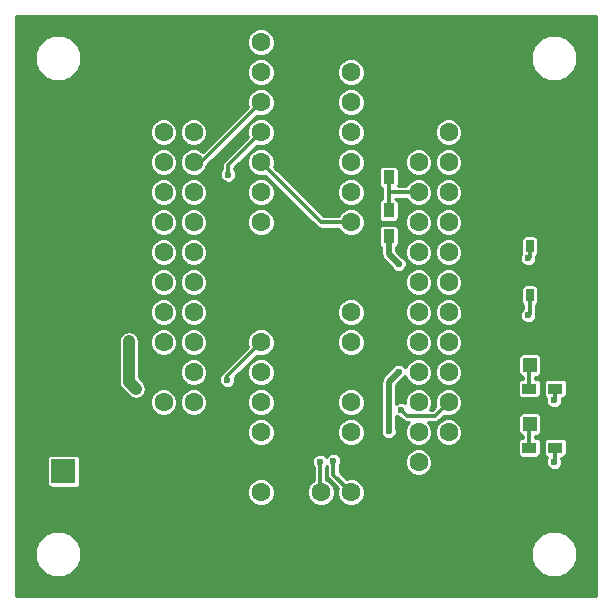
<source format=gtl>
G04 #@! TF.FileFunction,Copper,L1,Top,Signal*
%FSLAX46Y46*%
G04 Gerber Fmt 4.6, Leading zero omitted, Abs format (unit mm)*
G04 Created by KiCad (PCBNEW 4.0.0-rc1-stable) date 2016/05/03 6:10:00*
%MOMM*%
G01*
G04 APERTURE LIST*
%ADD10C,0.100000*%
%ADD11C,1.600000*%
%ADD12R,1.198880X1.198880*%
%ADD13R,0.900000X1.200000*%
%ADD14R,1.200000X0.900000*%
%ADD15R,0.650000X1.050000*%
%ADD16R,2.032000X2.032000*%
%ADD17O,2.032000X2.032000*%
%ADD18C,0.600000*%
%ADD19C,0.500000*%
%ADD20C,0.300000*%
%ADD21C,1.000000*%
%ADD22C,0.250000*%
G04 APERTURE END LIST*
D10*
D11*
X34525000Y27000000D03*
X15475000Y27000000D03*
X37065000Y27000000D03*
X34525000Y24460000D03*
X34525000Y21920000D03*
X34525000Y19380000D03*
X34525000Y16840000D03*
X34525000Y14300000D03*
X37065000Y14300000D03*
X37065000Y16840000D03*
X37065000Y19380000D03*
X37065000Y21920000D03*
X37065000Y24460000D03*
X34525000Y11760000D03*
X37065000Y11760000D03*
X34525000Y29540000D03*
X34525000Y32080000D03*
X34525000Y34620000D03*
X34525000Y37160000D03*
X34525000Y39700000D03*
X37065000Y39700000D03*
X37065000Y37160000D03*
X37065000Y34620000D03*
X37065000Y32080000D03*
X37065000Y29540000D03*
X15475000Y24460000D03*
X15475000Y21920000D03*
X15475000Y19380000D03*
X15475000Y16840000D03*
X12935000Y16840000D03*
X12935000Y19380000D03*
X12935000Y21920000D03*
X12935000Y24460000D03*
X12935000Y27000000D03*
X12935000Y29540000D03*
X15475000Y29540000D03*
X15475000Y32080000D03*
X15475000Y34620000D03*
X15475000Y37160000D03*
X15475000Y39700000D03*
X12935000Y39700000D03*
X12935000Y37160000D03*
X12935000Y34620000D03*
X12935000Y32080000D03*
X23730000Y9220000D03*
X26270000Y9220000D03*
X28810000Y9220000D03*
X21190000Y9220000D03*
D12*
X43950980Y20000000D03*
X46049020Y20000000D03*
X43950980Y15000000D03*
X46049020Y15000000D03*
D13*
X32000000Y30900000D03*
X32000000Y33100000D03*
X32000000Y35900000D03*
X32000000Y38100000D03*
D14*
X46100000Y18000000D03*
X43900000Y18000000D03*
X46100000Y13000000D03*
X43900000Y13000000D03*
D15*
X46075000Y30075000D03*
X46075000Y25925000D03*
X43925000Y30075000D03*
X43925000Y25925000D03*
D16*
X4460000Y11000000D03*
D17*
X7000000Y11000000D03*
D11*
X21190000Y24460000D03*
X21190000Y21920000D03*
X21190000Y19380000D03*
X21190000Y16840000D03*
X21190000Y14300000D03*
X28810000Y14300000D03*
X28810000Y16840000D03*
X28810000Y19380000D03*
X28810000Y21920000D03*
X28810000Y24460000D03*
X21190000Y47320000D03*
X21190000Y44780000D03*
X21190000Y42240000D03*
X21190000Y39700000D03*
X21190000Y37160000D03*
X21190000Y34620000D03*
X21190000Y32080000D03*
X28810000Y32080000D03*
X28810000Y34620000D03*
X28810000Y37160000D03*
X28810000Y39700000D03*
X28810000Y42240000D03*
X28810000Y44780000D03*
X28810000Y47320000D03*
D18*
X32842000Y28557900D03*
X32842000Y19442100D03*
X32000000Y14400000D03*
X13000000Y14800000D03*
X16800000Y10800000D03*
X19800000Y10800000D03*
X22200000Y12200000D03*
X42600000Y24600000D03*
X39200000Y21200000D03*
X41400000Y20400000D03*
X42400000Y15400000D03*
X41400000Y15400000D03*
X29000000Y28000000D03*
X26000000Y28000000D03*
X23000000Y28000000D03*
X20000000Y28000000D03*
X34000000Y43000000D03*
X39000000Y43000000D03*
X39000000Y48000000D03*
X34000000Y48000000D03*
X17000000Y48000000D03*
X12000000Y48000000D03*
X7000000Y48000000D03*
X7000000Y43000000D03*
X2000000Y43000000D03*
X2000000Y38000000D03*
X2000000Y33000000D03*
X2000000Y28000000D03*
X2000000Y23000000D03*
X2000000Y18000000D03*
X2000000Y13000000D03*
X2000000Y9000000D03*
X4000000Y8000000D03*
X7000000Y8000000D03*
X45000000Y10000000D03*
X40000000Y10000000D03*
X40000000Y5000000D03*
X35000000Y5000000D03*
X30000000Y5000000D03*
X25000000Y5000000D03*
X20000000Y5000000D03*
X15000000Y5000000D03*
X10000000Y5000000D03*
X5000000Y21000000D03*
X3800000Y17200000D03*
X4000000Y19000000D03*
X8000000Y16000000D03*
X10600000Y18000000D03*
X10000000Y22000000D03*
X43800000Y24200000D03*
X43812000Y29046900D03*
X46000000Y17000000D03*
X46000000Y11800000D03*
X18321000Y18735700D03*
X27322000Y11912200D03*
X26200000Y11800000D03*
X18410900Y36128900D03*
X33054000Y16215600D03*
D19*
X32000000Y29400000D02*
X32842000Y28557900D01*
X32000000Y30900000D02*
X32000000Y29400000D01*
X32000000Y18600000D02*
X32842000Y19442100D01*
X32000000Y14400000D02*
X32000000Y18600000D01*
X4460000Y11000000D02*
X4400000Y11000000D01*
D20*
X19800000Y10800000D02*
X16800000Y10800000D01*
X7000000Y11000000D02*
X21000000Y11000000D01*
X21000000Y11000000D02*
X22200000Y12200000D01*
X41400000Y20400000D02*
X40000000Y20400000D01*
X40000000Y20400000D02*
X39200000Y21200000D01*
X41400000Y15400000D02*
X41400000Y20400000D01*
X40000000Y10000000D02*
X40000000Y14000000D01*
X40000000Y14000000D02*
X41400000Y15400000D01*
X26000000Y28000000D02*
X29000000Y28000000D01*
X20000000Y28000000D02*
X23000000Y28000000D01*
X39000000Y43000000D02*
X34000000Y43000000D01*
X34000000Y48000000D02*
X39000000Y48000000D01*
X7000000Y48000000D02*
X12000000Y48000000D01*
X2000000Y43000000D02*
X7000000Y43000000D01*
X10000000Y5000000D02*
X15000000Y5000000D01*
X20000000Y5000000D02*
X25000000Y5000000D01*
X30000000Y5000000D02*
X35000000Y5000000D01*
X40000000Y5000000D02*
X40000000Y10000000D01*
D19*
X2000000Y33000000D02*
X2000000Y38000000D01*
X2000000Y23000000D02*
X2000000Y28000000D01*
X2000000Y13000000D02*
X2000000Y18000000D01*
D20*
X3000000Y8000000D02*
X2000000Y9000000D01*
X4000000Y8000000D02*
X3000000Y8000000D01*
D21*
X10000000Y18600000D02*
X10600000Y18000000D01*
X10000000Y22000000D02*
X10000000Y18600000D01*
D20*
X43900000Y19949000D02*
X43951000Y20000000D01*
X43900000Y18000000D02*
X43900000Y19949000D01*
X43900000Y14949000D02*
X43951000Y15000000D01*
X43900000Y13000000D02*
X43900000Y14949000D01*
X32000000Y34620000D02*
X34525000Y34620000D01*
X32000000Y35900000D02*
X32000000Y34620000D01*
X32000000Y34620000D02*
X32000000Y33100000D01*
X43925000Y24325000D02*
X43800000Y24200000D01*
X43925000Y25925000D02*
X43925000Y24325000D01*
X43925000Y29160000D02*
X43925000Y30075000D01*
X43812000Y29046900D02*
X43925000Y29160000D01*
X46100000Y17100000D02*
X46000000Y17000000D01*
X46100000Y18000000D02*
X46100000Y17100000D01*
X46100000Y11900000D02*
X46000000Y11800000D01*
X46100000Y13000000D02*
X46100000Y11900000D01*
X18321000Y19050800D02*
X18321000Y18735700D01*
X21190000Y21920000D02*
X18321000Y19050800D01*
X27322000Y10708100D02*
X27322000Y11912200D01*
X28810000Y9220000D02*
X27322000Y10708100D01*
X26200000Y11800000D02*
X26200000Y9290000D01*
X26200000Y9290000D02*
X26270000Y9220000D01*
X16110000Y37160000D02*
X15475000Y37160000D01*
X21190000Y42240000D02*
X16110000Y37160000D01*
X18410900Y36920900D02*
X18410900Y36128900D01*
X21190000Y39700000D02*
X18410900Y36920900D01*
X26270000Y32080000D02*
X21190000Y37160000D01*
X28810000Y32080000D02*
X26270000Y32080000D01*
X33580000Y15689600D02*
X33054000Y16215600D01*
X35914600Y15689600D02*
X33580000Y15689600D01*
X37065000Y16840000D02*
X35914600Y15689600D01*
D22*
G36*
X49550000Y450000D02*
X450000Y450000D01*
X450000Y3608872D01*
X2024657Y3608872D01*
X2324700Y2882714D01*
X2879791Y2326652D01*
X3605425Y2025343D01*
X4391128Y2024657D01*
X5117286Y2324700D01*
X5673348Y2879791D01*
X5974657Y3605425D01*
X5974660Y3608872D01*
X44024657Y3608872D01*
X44324700Y2882714D01*
X44879791Y2326652D01*
X45605425Y2025343D01*
X46391128Y2024657D01*
X47117286Y2324700D01*
X47673348Y2879791D01*
X47974657Y3605425D01*
X47975343Y4391128D01*
X47675300Y5117286D01*
X47120209Y5673348D01*
X46394575Y5974657D01*
X45608872Y5975343D01*
X44882714Y5675300D01*
X44326652Y5120209D01*
X44025343Y4394575D01*
X44024657Y3608872D01*
X5974660Y3608872D01*
X5975343Y4391128D01*
X5675300Y5117286D01*
X5120209Y5673348D01*
X4394575Y5974657D01*
X3608872Y5975343D01*
X2882714Y5675300D01*
X2326652Y5120209D01*
X2025343Y4394575D01*
X2024657Y3608872D01*
X450000Y3608872D01*
X450000Y8987303D01*
X20014796Y8987303D01*
X20193302Y8555285D01*
X20523547Y8224464D01*
X20955253Y8045204D01*
X21422697Y8044796D01*
X21854715Y8223302D01*
X22185536Y8553547D01*
X22364796Y8985253D01*
X22364797Y8987303D01*
X25094796Y8987303D01*
X25273302Y8555285D01*
X25603547Y8224464D01*
X26035253Y8045204D01*
X26502697Y8044796D01*
X26934715Y8223302D01*
X27265536Y8553547D01*
X27444796Y8985253D01*
X27445204Y9452697D01*
X27266698Y9884715D01*
X26936453Y10215536D01*
X26725000Y10303339D01*
X26725000Y11370323D01*
X26771903Y11417144D01*
X26797000Y11477584D01*
X26797000Y10708100D01*
X26816338Y10610881D01*
X26836956Y10507207D01*
X26836961Y10507199D01*
X26836963Y10507191D01*
X26885387Y10434720D01*
X26950756Y10336881D01*
X27693191Y9594396D01*
X27635204Y9454747D01*
X27634796Y8987303D01*
X27813302Y8555285D01*
X28143547Y8224464D01*
X28575253Y8045204D01*
X29042697Y8044796D01*
X29474715Y8223302D01*
X29805536Y8553547D01*
X29984796Y8985253D01*
X29985204Y9452697D01*
X29806698Y9884715D01*
X29476453Y10215536D01*
X29044747Y10394796D01*
X28577303Y10395204D01*
X28435783Y10336729D01*
X27847000Y10925553D01*
X27847000Y11482523D01*
X27891858Y11527303D01*
X33349796Y11527303D01*
X33528302Y11095285D01*
X33858547Y10764464D01*
X34290253Y10585204D01*
X34757697Y10584796D01*
X35189715Y10763302D01*
X35520536Y11093547D01*
X35699796Y11525253D01*
X35700204Y11992697D01*
X35521698Y12424715D01*
X35191453Y12755536D01*
X34759747Y12934796D01*
X34292303Y12935204D01*
X33860285Y12756698D01*
X33529464Y12426453D01*
X33350204Y11994747D01*
X33349796Y11527303D01*
X27891858Y11527303D01*
X27893903Y11529344D01*
X27996883Y11777345D01*
X27997117Y12045877D01*
X27894571Y12294057D01*
X27704856Y12484103D01*
X27456855Y12587083D01*
X27188323Y12587317D01*
X26940143Y12484771D01*
X26750097Y12295056D01*
X26723503Y12231011D01*
X26582856Y12371903D01*
X26334855Y12474883D01*
X26066323Y12475117D01*
X25818143Y12372571D01*
X25628097Y12182856D01*
X25525117Y11934855D01*
X25524883Y11666323D01*
X25627429Y11418143D01*
X25675000Y11370489D01*
X25675000Y10245504D01*
X25605285Y10216698D01*
X25274464Y9886453D01*
X25095204Y9454747D01*
X25094796Y8987303D01*
X22364797Y8987303D01*
X22365204Y9452697D01*
X22186698Y9884715D01*
X21856453Y10215536D01*
X21424747Y10394796D01*
X20957303Y10395204D01*
X20525285Y10216698D01*
X20194464Y9886453D01*
X20015204Y9454747D01*
X20014796Y8987303D01*
X450000Y8987303D01*
X450000Y12016000D01*
X3061654Y12016000D01*
X3061654Y9984000D01*
X3087802Y9845034D01*
X3169931Y9717401D01*
X3295246Y9631777D01*
X3444000Y9601654D01*
X5476000Y9601654D01*
X5614966Y9627802D01*
X5742599Y9709931D01*
X5828223Y9835246D01*
X5858346Y9984000D01*
X5858346Y12016000D01*
X5832198Y12154966D01*
X5750069Y12282599D01*
X5624754Y12368223D01*
X5476000Y12398346D01*
X3444000Y12398346D01*
X3305034Y12372198D01*
X3177401Y12290069D01*
X3091777Y12164754D01*
X3061654Y12016000D01*
X450000Y12016000D01*
X450000Y14067303D01*
X20014796Y14067303D01*
X20193302Y13635285D01*
X20523547Y13304464D01*
X20955253Y13125204D01*
X21422697Y13124796D01*
X21854715Y13303302D01*
X22185536Y13633547D01*
X22364796Y14065253D01*
X22364797Y14067303D01*
X27634796Y14067303D01*
X27813302Y13635285D01*
X28143547Y13304464D01*
X28575253Y13125204D01*
X29042697Y13124796D01*
X29474715Y13303302D01*
X29805536Y13633547D01*
X29984796Y14065253D01*
X29984971Y14266323D01*
X31324883Y14266323D01*
X31427429Y14018143D01*
X31617144Y13828097D01*
X31865145Y13725117D01*
X32133677Y13724883D01*
X32381857Y13827429D01*
X32571903Y14017144D01*
X32674883Y14265145D01*
X32675117Y14533677D01*
X32625000Y14654969D01*
X32625000Y15689922D01*
X32671144Y15643697D01*
X32919145Y15540717D01*
X32986480Y15540658D01*
X33208769Y15318369D01*
X33379091Y15204563D01*
X33580000Y15164600D01*
X33727957Y15164600D01*
X33529464Y14966453D01*
X33350204Y14534747D01*
X33349796Y14067303D01*
X33528302Y13635285D01*
X33858547Y13304464D01*
X34290253Y13125204D01*
X34757697Y13124796D01*
X35189715Y13303302D01*
X35520536Y13633547D01*
X35699796Y14065253D01*
X35699797Y14067303D01*
X35889796Y14067303D01*
X36068302Y13635285D01*
X36398547Y13304464D01*
X36830253Y13125204D01*
X37297697Y13124796D01*
X37729715Y13303302D01*
X37876668Y13450000D01*
X42917654Y13450000D01*
X42917654Y12550000D01*
X42943802Y12411034D01*
X43025931Y12283401D01*
X43151246Y12197777D01*
X43300000Y12167654D01*
X44500000Y12167654D01*
X44638966Y12193802D01*
X44766599Y12275931D01*
X44852223Y12401246D01*
X44882346Y12550000D01*
X44882346Y13450000D01*
X45117654Y13450000D01*
X45117654Y12550000D01*
X45143802Y12411034D01*
X45225931Y12283401D01*
X45351246Y12197777D01*
X45427851Y12182264D01*
X45325117Y11934855D01*
X45324883Y11666323D01*
X45427429Y11418143D01*
X45617144Y11228097D01*
X45865145Y11125117D01*
X46133677Y11124883D01*
X46381857Y11227429D01*
X46571903Y11417144D01*
X46674883Y11665145D01*
X46675117Y11933677D01*
X46625000Y12054969D01*
X46625000Y12167654D01*
X46700000Y12167654D01*
X46838966Y12193802D01*
X46966599Y12275931D01*
X47052223Y12401246D01*
X47082346Y12550000D01*
X47082346Y13450000D01*
X47056198Y13588966D01*
X46974069Y13716599D01*
X46848754Y13802223D01*
X46700000Y13832346D01*
X45500000Y13832346D01*
X45361034Y13806198D01*
X45233401Y13724069D01*
X45147777Y13598754D01*
X45117654Y13450000D01*
X44882346Y13450000D01*
X44856198Y13588966D01*
X44774069Y13716599D01*
X44648754Y13802223D01*
X44500000Y13832346D01*
X44425000Y13832346D01*
X44425000Y14018214D01*
X44550420Y14018214D01*
X44689386Y14044362D01*
X44817019Y14126491D01*
X44902643Y14251806D01*
X44932766Y14400560D01*
X44932766Y15599440D01*
X44906618Y15738406D01*
X44824489Y15866039D01*
X44699174Y15951663D01*
X44550420Y15981786D01*
X43351540Y15981786D01*
X43212574Y15955638D01*
X43084941Y15873509D01*
X42999317Y15748194D01*
X42969194Y15599440D01*
X42969194Y14400560D01*
X42995342Y14261594D01*
X43077471Y14133961D01*
X43202786Y14048337D01*
X43351540Y14018214D01*
X43375000Y14018214D01*
X43375000Y13832346D01*
X43300000Y13832346D01*
X43161034Y13806198D01*
X43033401Y13724069D01*
X42947777Y13598754D01*
X42917654Y13450000D01*
X37876668Y13450000D01*
X38060536Y13633547D01*
X38239796Y14065253D01*
X38240204Y14532697D01*
X38061698Y14964715D01*
X37731453Y15295536D01*
X37299747Y15474796D01*
X36832303Y15475204D01*
X36400285Y15296698D01*
X36069464Y14966453D01*
X35890204Y14534747D01*
X35889796Y14067303D01*
X35699797Y14067303D01*
X35700204Y14532697D01*
X35521698Y14964715D01*
X35322161Y15164600D01*
X35914600Y15164600D01*
X36115509Y15204563D01*
X36285831Y15318369D01*
X36690639Y15723177D01*
X36830253Y15665204D01*
X37297697Y15664796D01*
X37729715Y15843302D01*
X38060536Y16173547D01*
X38239796Y16605253D01*
X38240204Y17072697D01*
X38061698Y17504715D01*
X37731453Y17835536D01*
X37299747Y18014796D01*
X36832303Y18015204D01*
X36400285Y17836698D01*
X36069464Y17506453D01*
X35890204Y17074747D01*
X35889796Y16607303D01*
X35948285Y16465747D01*
X35697138Y16214600D01*
X35537583Y16214600D01*
X35699796Y16605253D01*
X35700204Y17072697D01*
X35521698Y17504715D01*
X35191453Y17835536D01*
X34759747Y18014796D01*
X34292303Y18015204D01*
X33860285Y17836698D01*
X33529464Y17506453D01*
X33350204Y17074747D01*
X33349985Y16823575D01*
X33188855Y16890483D01*
X32920323Y16890717D01*
X32672143Y16788171D01*
X32625000Y16741110D01*
X32625000Y18341139D01*
X33103675Y18819871D01*
X33223857Y18869529D01*
X33394277Y19039652D01*
X33528302Y18715285D01*
X33858547Y18384464D01*
X34290253Y18205204D01*
X34757697Y18204796D01*
X35189715Y18383302D01*
X35520536Y18713547D01*
X35699796Y19145253D01*
X35699797Y19147303D01*
X35889796Y19147303D01*
X36068302Y18715285D01*
X36398547Y18384464D01*
X36830253Y18205204D01*
X37297697Y18204796D01*
X37729715Y18383302D01*
X37796529Y18450000D01*
X42917654Y18450000D01*
X42917654Y17550000D01*
X42943802Y17411034D01*
X43025931Y17283401D01*
X43151246Y17197777D01*
X43300000Y17167654D01*
X44500000Y17167654D01*
X44638966Y17193802D01*
X44766599Y17275931D01*
X44852223Y17401246D01*
X44882346Y17550000D01*
X44882346Y18450000D01*
X45117654Y18450000D01*
X45117654Y17550000D01*
X45143802Y17411034D01*
X45225931Y17283401D01*
X45351245Y17197778D01*
X45325117Y17134855D01*
X45324883Y16866323D01*
X45427429Y16618143D01*
X45617144Y16428097D01*
X45865145Y16325117D01*
X46133677Y16324883D01*
X46381857Y16427429D01*
X46571903Y16617144D01*
X46674883Y16865145D01*
X46675117Y17133677D01*
X46661078Y17167654D01*
X46700000Y17167654D01*
X46838966Y17193802D01*
X46966599Y17275931D01*
X47052223Y17401246D01*
X47082346Y17550000D01*
X47082346Y18450000D01*
X47056198Y18588966D01*
X46974069Y18716599D01*
X46848754Y18802223D01*
X46700000Y18832346D01*
X45500000Y18832346D01*
X45361034Y18806198D01*
X45233401Y18724069D01*
X45147777Y18598754D01*
X45117654Y18450000D01*
X44882346Y18450000D01*
X44856198Y18588966D01*
X44774069Y18716599D01*
X44648754Y18802223D01*
X44500000Y18832346D01*
X44425000Y18832346D01*
X44425000Y19018214D01*
X44550420Y19018214D01*
X44689386Y19044362D01*
X44817019Y19126491D01*
X44902643Y19251806D01*
X44932766Y19400560D01*
X44932766Y20599440D01*
X44906618Y20738406D01*
X44824489Y20866039D01*
X44699174Y20951663D01*
X44550420Y20981786D01*
X43351540Y20981786D01*
X43212574Y20955638D01*
X43084941Y20873509D01*
X42999317Y20748194D01*
X42969194Y20599440D01*
X42969194Y19400560D01*
X42995342Y19261594D01*
X43077471Y19133961D01*
X43202786Y19048337D01*
X43351540Y19018214D01*
X43375000Y19018214D01*
X43375000Y18832346D01*
X43300000Y18832346D01*
X43161034Y18806198D01*
X43033401Y18724069D01*
X42947777Y18598754D01*
X42917654Y18450000D01*
X37796529Y18450000D01*
X38060536Y18713547D01*
X38239796Y19145253D01*
X38240204Y19612697D01*
X38061698Y20044715D01*
X37731453Y20375536D01*
X37299747Y20554796D01*
X36832303Y20555204D01*
X36400285Y20376698D01*
X36069464Y20046453D01*
X35890204Y19614747D01*
X35889796Y19147303D01*
X35699797Y19147303D01*
X35700204Y19612697D01*
X35521698Y20044715D01*
X35191453Y20375536D01*
X34759747Y20554796D01*
X34292303Y20555204D01*
X33860285Y20376698D01*
X33529464Y20046453D01*
X33425796Y19796792D01*
X33414571Y19823957D01*
X33224856Y20014003D01*
X32976855Y20116983D01*
X32708323Y20117217D01*
X32460143Y20014671D01*
X32270097Y19824956D01*
X32219753Y19703715D01*
X31558061Y19041944D01*
X31558058Y19041942D01*
X31558056Y19041939D01*
X31558032Y19041915D01*
X31493379Y18945142D01*
X31422575Y18839177D01*
X31422571Y18839158D01*
X31422561Y18839143D01*
X31399679Y18724069D01*
X31375000Y18600000D01*
X31375000Y14654985D01*
X31325117Y14534855D01*
X31324883Y14266323D01*
X29984971Y14266323D01*
X29985204Y14532697D01*
X29806698Y14964715D01*
X29476453Y15295536D01*
X29044747Y15474796D01*
X28577303Y15475204D01*
X28145285Y15296698D01*
X27814464Y14966453D01*
X27635204Y14534747D01*
X27634796Y14067303D01*
X22364797Y14067303D01*
X22365204Y14532697D01*
X22186698Y14964715D01*
X21856453Y15295536D01*
X21424747Y15474796D01*
X20957303Y15475204D01*
X20525285Y15296698D01*
X20194464Y14966453D01*
X20015204Y14534747D01*
X20014796Y14067303D01*
X450000Y14067303D01*
X450000Y16607303D01*
X11759796Y16607303D01*
X11938302Y16175285D01*
X12268547Y15844464D01*
X12700253Y15665204D01*
X13167697Y15664796D01*
X13599715Y15843302D01*
X13930536Y16173547D01*
X14109796Y16605253D01*
X14109797Y16607303D01*
X14299796Y16607303D01*
X14478302Y16175285D01*
X14808547Y15844464D01*
X15240253Y15665204D01*
X15707697Y15664796D01*
X16139715Y15843302D01*
X16470536Y16173547D01*
X16649796Y16605253D01*
X16649797Y16607303D01*
X20014796Y16607303D01*
X20193302Y16175285D01*
X20523547Y15844464D01*
X20955253Y15665204D01*
X21422697Y15664796D01*
X21854715Y15843302D01*
X22185536Y16173547D01*
X22364796Y16605253D01*
X22364797Y16607303D01*
X27634796Y16607303D01*
X27813302Y16175285D01*
X28143547Y15844464D01*
X28575253Y15665204D01*
X29042697Y15664796D01*
X29474715Y15843302D01*
X29805536Y16173547D01*
X29984796Y16605253D01*
X29985204Y17072697D01*
X29806698Y17504715D01*
X29476453Y17835536D01*
X29044747Y18014796D01*
X28577303Y18015204D01*
X28145285Y17836698D01*
X27814464Y17506453D01*
X27635204Y17074747D01*
X27634796Y16607303D01*
X22364797Y16607303D01*
X22365204Y17072697D01*
X22186698Y17504715D01*
X21856453Y17835536D01*
X21424747Y18014796D01*
X20957303Y18015204D01*
X20525285Y17836698D01*
X20194464Y17506453D01*
X20015204Y17074747D01*
X20014796Y16607303D01*
X16649797Y16607303D01*
X16650204Y17072697D01*
X16471698Y17504715D01*
X16141453Y17835536D01*
X15709747Y18014796D01*
X15242303Y18015204D01*
X14810285Y17836698D01*
X14479464Y17506453D01*
X14300204Y17074747D01*
X14299796Y16607303D01*
X14109797Y16607303D01*
X14110204Y17072697D01*
X13931698Y17504715D01*
X13601453Y17835536D01*
X13169747Y18014796D01*
X12702303Y18015204D01*
X12270285Y17836698D01*
X11939464Y17506453D01*
X11760204Y17074747D01*
X11759796Y16607303D01*
X450000Y16607303D01*
X450000Y22000000D01*
X9125000Y22000000D01*
X9125000Y18600000D01*
X9174162Y18352844D01*
X9191605Y18265152D01*
X9381282Y17981282D01*
X9981281Y17381282D01*
X10265152Y17191605D01*
X10600000Y17125001D01*
X10934848Y17191605D01*
X11218718Y17381282D01*
X11408395Y17665152D01*
X11474999Y18000000D01*
X11408395Y18334848D01*
X11218718Y18618719D01*
X10875000Y18962436D01*
X10875000Y19147303D01*
X14299796Y19147303D01*
X14478302Y18715285D01*
X14808547Y18384464D01*
X15240253Y18205204D01*
X15707697Y18204796D01*
X16139715Y18383302D01*
X16358817Y18602023D01*
X17645883Y18602023D01*
X17748429Y18353843D01*
X17938144Y18163797D01*
X18186145Y18060817D01*
X18454677Y18060583D01*
X18702857Y18163129D01*
X18892903Y18352844D01*
X18995883Y18600845D01*
X18996117Y18869377D01*
X18962757Y18950114D01*
X19159932Y19147303D01*
X20014796Y19147303D01*
X20193302Y18715285D01*
X20523547Y18384464D01*
X20955253Y18205204D01*
X21422697Y18204796D01*
X21854715Y18383302D01*
X22185536Y18713547D01*
X22364796Y19145253D01*
X22365204Y19612697D01*
X22186698Y20044715D01*
X21856453Y20375536D01*
X21424747Y20554796D01*
X20957303Y20555204D01*
X20525285Y20376698D01*
X20194464Y20046453D01*
X20015204Y19614747D01*
X20014796Y19147303D01*
X19159932Y19147303D01*
X20815676Y20803162D01*
X20955253Y20745204D01*
X21422697Y20744796D01*
X21854715Y20923302D01*
X22185536Y21253547D01*
X22364796Y21685253D01*
X22364797Y21687303D01*
X27634796Y21687303D01*
X27813302Y21255285D01*
X28143547Y20924464D01*
X28575253Y20745204D01*
X29042697Y20744796D01*
X29474715Y20923302D01*
X29805536Y21253547D01*
X29984796Y21685253D01*
X29984797Y21687303D01*
X33349796Y21687303D01*
X33528302Y21255285D01*
X33858547Y20924464D01*
X34290253Y20745204D01*
X34757697Y20744796D01*
X35189715Y20923302D01*
X35520536Y21253547D01*
X35699796Y21685253D01*
X35699797Y21687303D01*
X35889796Y21687303D01*
X36068302Y21255285D01*
X36398547Y20924464D01*
X36830253Y20745204D01*
X37297697Y20744796D01*
X37729715Y20923302D01*
X38060536Y21253547D01*
X38239796Y21685253D01*
X38240204Y22152697D01*
X38061698Y22584715D01*
X37731453Y22915536D01*
X37299747Y23094796D01*
X36832303Y23095204D01*
X36400285Y22916698D01*
X36069464Y22586453D01*
X35890204Y22154747D01*
X35889796Y21687303D01*
X35699797Y21687303D01*
X35700204Y22152697D01*
X35521698Y22584715D01*
X35191453Y22915536D01*
X34759747Y23094796D01*
X34292303Y23095204D01*
X33860285Y22916698D01*
X33529464Y22586453D01*
X33350204Y22154747D01*
X33349796Y21687303D01*
X29984797Y21687303D01*
X29985204Y22152697D01*
X29806698Y22584715D01*
X29476453Y22915536D01*
X29044747Y23094796D01*
X28577303Y23095204D01*
X28145285Y22916698D01*
X27814464Y22586453D01*
X27635204Y22154747D01*
X27634796Y21687303D01*
X22364797Y21687303D01*
X22365204Y22152697D01*
X22186698Y22584715D01*
X21856453Y22915536D01*
X21424747Y23094796D01*
X20957303Y23095204D01*
X20525285Y22916698D01*
X20194464Y22586453D01*
X20015204Y22154747D01*
X20014796Y21687303D01*
X20073301Y21545711D01*
X17949756Y19422018D01*
X17893154Y19337301D01*
X17835963Y19251709D01*
X17835961Y19251700D01*
X17835956Y19251692D01*
X17824435Y19193763D01*
X17749097Y19118556D01*
X17646117Y18870555D01*
X17645883Y18602023D01*
X16358817Y18602023D01*
X16470536Y18713547D01*
X16649796Y19145253D01*
X16650204Y19612697D01*
X16471698Y20044715D01*
X16141453Y20375536D01*
X15709747Y20554796D01*
X15242303Y20555204D01*
X14810285Y20376698D01*
X14479464Y20046453D01*
X14300204Y19614747D01*
X14299796Y19147303D01*
X10875000Y19147303D01*
X10875000Y21687303D01*
X11759796Y21687303D01*
X11938302Y21255285D01*
X12268547Y20924464D01*
X12700253Y20745204D01*
X13167697Y20744796D01*
X13599715Y20923302D01*
X13930536Y21253547D01*
X14109796Y21685253D01*
X14109797Y21687303D01*
X14299796Y21687303D01*
X14478302Y21255285D01*
X14808547Y20924464D01*
X15240253Y20745204D01*
X15707697Y20744796D01*
X16139715Y20923302D01*
X16470536Y21253547D01*
X16649796Y21685253D01*
X16650204Y22152697D01*
X16471698Y22584715D01*
X16141453Y22915536D01*
X15709747Y23094796D01*
X15242303Y23095204D01*
X14810285Y22916698D01*
X14479464Y22586453D01*
X14300204Y22154747D01*
X14299796Y21687303D01*
X14109797Y21687303D01*
X14110204Y22152697D01*
X13931698Y22584715D01*
X13601453Y22915536D01*
X13169747Y23094796D01*
X12702303Y23095204D01*
X12270285Y22916698D01*
X11939464Y22586453D01*
X11760204Y22154747D01*
X11759796Y21687303D01*
X10875000Y21687303D01*
X10875000Y22000000D01*
X10808395Y22334848D01*
X10618718Y22618718D01*
X10334848Y22808395D01*
X10000000Y22875000D01*
X9665152Y22808395D01*
X9381282Y22618718D01*
X9191605Y22334848D01*
X9125000Y22000000D01*
X450000Y22000000D01*
X450000Y24227303D01*
X11759796Y24227303D01*
X11938302Y23795285D01*
X12268547Y23464464D01*
X12700253Y23285204D01*
X13167697Y23284796D01*
X13599715Y23463302D01*
X13930536Y23793547D01*
X14109796Y24225253D01*
X14109797Y24227303D01*
X14299796Y24227303D01*
X14478302Y23795285D01*
X14808547Y23464464D01*
X15240253Y23285204D01*
X15707697Y23284796D01*
X16139715Y23463302D01*
X16470536Y23793547D01*
X16649796Y24225253D01*
X16649797Y24227303D01*
X27634796Y24227303D01*
X27813302Y23795285D01*
X28143547Y23464464D01*
X28575253Y23285204D01*
X29042697Y23284796D01*
X29474715Y23463302D01*
X29805536Y23793547D01*
X29984796Y24225253D01*
X29984797Y24227303D01*
X33349796Y24227303D01*
X33528302Y23795285D01*
X33858547Y23464464D01*
X34290253Y23285204D01*
X34757697Y23284796D01*
X35189715Y23463302D01*
X35520536Y23793547D01*
X35699796Y24225253D01*
X35699797Y24227303D01*
X35889796Y24227303D01*
X36068302Y23795285D01*
X36398547Y23464464D01*
X36830253Y23285204D01*
X37297697Y23284796D01*
X37729715Y23463302D01*
X38060536Y23793547D01*
X38173802Y24066323D01*
X43124883Y24066323D01*
X43227429Y23818143D01*
X43417144Y23628097D01*
X43665145Y23525117D01*
X43933677Y23524883D01*
X44181857Y23627429D01*
X44371903Y23817144D01*
X44474883Y24065145D01*
X44475117Y24333677D01*
X44450000Y24394465D01*
X44450000Y25083076D01*
X44516599Y25125931D01*
X44602223Y25251246D01*
X44632346Y25400000D01*
X44632346Y26450000D01*
X44606198Y26588966D01*
X44524069Y26716599D01*
X44398754Y26802223D01*
X44250000Y26832346D01*
X43600000Y26832346D01*
X43461034Y26806198D01*
X43333401Y26724069D01*
X43247777Y26598754D01*
X43217654Y26450000D01*
X43217654Y25400000D01*
X43243802Y25261034D01*
X43325931Y25133401D01*
X43400000Y25082792D01*
X43400000Y24754460D01*
X43228097Y24582856D01*
X43125117Y24334855D01*
X43124883Y24066323D01*
X38173802Y24066323D01*
X38239796Y24225253D01*
X38240204Y24692697D01*
X38061698Y25124715D01*
X37731453Y25455536D01*
X37299747Y25634796D01*
X36832303Y25635204D01*
X36400285Y25456698D01*
X36069464Y25126453D01*
X35890204Y24694747D01*
X35889796Y24227303D01*
X35699797Y24227303D01*
X35700204Y24692697D01*
X35521698Y25124715D01*
X35191453Y25455536D01*
X34759747Y25634796D01*
X34292303Y25635204D01*
X33860285Y25456698D01*
X33529464Y25126453D01*
X33350204Y24694747D01*
X33349796Y24227303D01*
X29984797Y24227303D01*
X29985204Y24692697D01*
X29806698Y25124715D01*
X29476453Y25455536D01*
X29044747Y25634796D01*
X28577303Y25635204D01*
X28145285Y25456698D01*
X27814464Y25126453D01*
X27635204Y24694747D01*
X27634796Y24227303D01*
X16649797Y24227303D01*
X16650204Y24692697D01*
X16471698Y25124715D01*
X16141453Y25455536D01*
X15709747Y25634796D01*
X15242303Y25635204D01*
X14810285Y25456698D01*
X14479464Y25126453D01*
X14300204Y24694747D01*
X14299796Y24227303D01*
X14109797Y24227303D01*
X14110204Y24692697D01*
X13931698Y25124715D01*
X13601453Y25455536D01*
X13169747Y25634796D01*
X12702303Y25635204D01*
X12270285Y25456698D01*
X11939464Y25126453D01*
X11760204Y24694747D01*
X11759796Y24227303D01*
X450000Y24227303D01*
X450000Y26767303D01*
X11759796Y26767303D01*
X11938302Y26335285D01*
X12268547Y26004464D01*
X12700253Y25825204D01*
X13167697Y25824796D01*
X13599715Y26003302D01*
X13930536Y26333547D01*
X14109796Y26765253D01*
X14109797Y26767303D01*
X14299796Y26767303D01*
X14478302Y26335285D01*
X14808547Y26004464D01*
X15240253Y25825204D01*
X15707697Y25824796D01*
X16139715Y26003302D01*
X16470536Y26333547D01*
X16649796Y26765253D01*
X16649797Y26767303D01*
X33349796Y26767303D01*
X33528302Y26335285D01*
X33858547Y26004464D01*
X34290253Y25825204D01*
X34757697Y25824796D01*
X35189715Y26003302D01*
X35520536Y26333547D01*
X35699796Y26765253D01*
X35699797Y26767303D01*
X35889796Y26767303D01*
X36068302Y26335285D01*
X36398547Y26004464D01*
X36830253Y25825204D01*
X37297697Y25824796D01*
X37729715Y26003302D01*
X38060536Y26333547D01*
X38239796Y26765253D01*
X38240204Y27232697D01*
X38061698Y27664715D01*
X37731453Y27995536D01*
X37299747Y28174796D01*
X36832303Y28175204D01*
X36400285Y27996698D01*
X36069464Y27666453D01*
X35890204Y27234747D01*
X35889796Y26767303D01*
X35699797Y26767303D01*
X35700204Y27232697D01*
X35521698Y27664715D01*
X35191453Y27995536D01*
X34759747Y28174796D01*
X34292303Y28175204D01*
X33860285Y27996698D01*
X33529464Y27666453D01*
X33350204Y27234747D01*
X33349796Y26767303D01*
X16649797Y26767303D01*
X16650204Y27232697D01*
X16471698Y27664715D01*
X16141453Y27995536D01*
X15709747Y28174796D01*
X15242303Y28175204D01*
X14810285Y27996698D01*
X14479464Y27666453D01*
X14300204Y27234747D01*
X14299796Y26767303D01*
X14109797Y26767303D01*
X14110204Y27232697D01*
X13931698Y27664715D01*
X13601453Y27995536D01*
X13169747Y28174796D01*
X12702303Y28175204D01*
X12270285Y27996698D01*
X11939464Y27666453D01*
X11760204Y27234747D01*
X11759796Y26767303D01*
X450000Y26767303D01*
X450000Y29307303D01*
X11759796Y29307303D01*
X11938302Y28875285D01*
X12268547Y28544464D01*
X12700253Y28365204D01*
X13167697Y28364796D01*
X13599715Y28543302D01*
X13930536Y28873547D01*
X14109796Y29305253D01*
X14109797Y29307303D01*
X14299796Y29307303D01*
X14478302Y28875285D01*
X14808547Y28544464D01*
X15240253Y28365204D01*
X15707697Y28364796D01*
X16139715Y28543302D01*
X16470536Y28873547D01*
X16649796Y29305253D01*
X16650204Y29772697D01*
X16471698Y30204715D01*
X16141453Y30535536D01*
X15709747Y30714796D01*
X15242303Y30715204D01*
X14810285Y30536698D01*
X14479464Y30206453D01*
X14300204Y29774747D01*
X14299796Y29307303D01*
X14109797Y29307303D01*
X14110204Y29772697D01*
X13931698Y30204715D01*
X13601453Y30535536D01*
X13169747Y30714796D01*
X12702303Y30715204D01*
X12270285Y30536698D01*
X11939464Y30206453D01*
X11760204Y29774747D01*
X11759796Y29307303D01*
X450000Y29307303D01*
X450000Y31847303D01*
X11759796Y31847303D01*
X11938302Y31415285D01*
X12268547Y31084464D01*
X12700253Y30905204D01*
X13167697Y30904796D01*
X13599715Y31083302D01*
X13930536Y31413547D01*
X14109796Y31845253D01*
X14109797Y31847303D01*
X14299796Y31847303D01*
X14478302Y31415285D01*
X14808547Y31084464D01*
X15240253Y30905204D01*
X15707697Y30904796D01*
X16139715Y31083302D01*
X16470536Y31413547D01*
X16649796Y31845253D01*
X16649797Y31847303D01*
X20014796Y31847303D01*
X20193302Y31415285D01*
X20523547Y31084464D01*
X20955253Y30905204D01*
X21422697Y30904796D01*
X21854715Y31083302D01*
X22185536Y31413547D01*
X22364796Y31845253D01*
X22365204Y32312697D01*
X22186698Y32744715D01*
X21856453Y33075536D01*
X21424747Y33254796D01*
X20957303Y33255204D01*
X20525285Y33076698D01*
X20194464Y32746453D01*
X20015204Y32314747D01*
X20014796Y31847303D01*
X16649797Y31847303D01*
X16650204Y32312697D01*
X16471698Y32744715D01*
X16141453Y33075536D01*
X15709747Y33254796D01*
X15242303Y33255204D01*
X14810285Y33076698D01*
X14479464Y32746453D01*
X14300204Y32314747D01*
X14299796Y31847303D01*
X14109797Y31847303D01*
X14110204Y32312697D01*
X13931698Y32744715D01*
X13601453Y33075536D01*
X13169747Y33254796D01*
X12702303Y33255204D01*
X12270285Y33076698D01*
X11939464Y32746453D01*
X11760204Y32314747D01*
X11759796Y31847303D01*
X450000Y31847303D01*
X450000Y34387303D01*
X11759796Y34387303D01*
X11938302Y33955285D01*
X12268547Y33624464D01*
X12700253Y33445204D01*
X13167697Y33444796D01*
X13599715Y33623302D01*
X13930536Y33953547D01*
X14109796Y34385253D01*
X14109797Y34387303D01*
X14299796Y34387303D01*
X14478302Y33955285D01*
X14808547Y33624464D01*
X15240253Y33445204D01*
X15707697Y33444796D01*
X16139715Y33623302D01*
X16470536Y33953547D01*
X16649796Y34385253D01*
X16649797Y34387303D01*
X20014796Y34387303D01*
X20193302Y33955285D01*
X20523547Y33624464D01*
X20955253Y33445204D01*
X21422697Y33444796D01*
X21854715Y33623302D01*
X22185536Y33953547D01*
X22364796Y34385253D01*
X22365204Y34852697D01*
X22186698Y35284715D01*
X21856453Y35615536D01*
X21424747Y35794796D01*
X20957303Y35795204D01*
X20525285Y35616698D01*
X20194464Y35286453D01*
X20015204Y34854747D01*
X20014796Y34387303D01*
X16649797Y34387303D01*
X16650204Y34852697D01*
X16471698Y35284715D01*
X16141453Y35615536D01*
X15709747Y35794796D01*
X15242303Y35795204D01*
X14810285Y35616698D01*
X14479464Y35286453D01*
X14300204Y34854747D01*
X14299796Y34387303D01*
X14109797Y34387303D01*
X14110204Y34852697D01*
X13931698Y35284715D01*
X13601453Y35615536D01*
X13169747Y35794796D01*
X12702303Y35795204D01*
X12270285Y35616698D01*
X11939464Y35286453D01*
X11760204Y34854747D01*
X11759796Y34387303D01*
X450000Y34387303D01*
X450000Y36927303D01*
X11759796Y36927303D01*
X11938302Y36495285D01*
X12268547Y36164464D01*
X12700253Y35985204D01*
X13167697Y35984796D01*
X13599715Y36163302D01*
X13930536Y36493547D01*
X14109796Y36925253D01*
X14109797Y36927303D01*
X14299796Y36927303D01*
X14478302Y36495285D01*
X14808547Y36164464D01*
X15240253Y35985204D01*
X15707697Y35984796D01*
X15732932Y35995223D01*
X17735783Y35995223D01*
X17838329Y35747043D01*
X18028044Y35556997D01*
X18276045Y35454017D01*
X18544577Y35453783D01*
X18792757Y35556329D01*
X18982803Y35746044D01*
X19085783Y35994045D01*
X19086017Y36262577D01*
X18983471Y36510757D01*
X18935900Y36558411D01*
X18935900Y36703438D01*
X19159765Y36927303D01*
X20014796Y36927303D01*
X20193302Y36495285D01*
X20523547Y36164464D01*
X20955253Y35985204D01*
X21422697Y35984796D01*
X21564253Y36043285D01*
X25898769Y31708769D01*
X26069091Y31594963D01*
X26270000Y31555000D01*
X27755573Y31555000D01*
X27813302Y31415285D01*
X28143547Y31084464D01*
X28575253Y30905204D01*
X29042697Y30904796D01*
X29474715Y31083302D01*
X29805536Y31413547D01*
X29841434Y31500000D01*
X31167654Y31500000D01*
X31167654Y30300000D01*
X31193802Y30161034D01*
X31275931Y30033401D01*
X31375000Y29965710D01*
X31375000Y29400000D01*
X31398193Y29283401D01*
X31422561Y29160857D01*
X31422571Y29160842D01*
X31422575Y29160823D01*
X31493379Y29054858D01*
X31558032Y28958085D01*
X31558056Y28958061D01*
X31558058Y28958058D01*
X31558061Y28958056D01*
X32219741Y28296296D01*
X32269429Y28176043D01*
X32459144Y27985997D01*
X32707145Y27883017D01*
X32975677Y27882783D01*
X33223857Y27985329D01*
X33413903Y28175044D01*
X33516883Y28423045D01*
X33517117Y28691577D01*
X33414571Y28939757D01*
X33224856Y29129803D01*
X33103687Y29180117D01*
X32976517Y29307303D01*
X33349796Y29307303D01*
X33528302Y28875285D01*
X33858547Y28544464D01*
X34290253Y28365204D01*
X34757697Y28364796D01*
X35189715Y28543302D01*
X35520536Y28873547D01*
X35699796Y29305253D01*
X35699797Y29307303D01*
X35889796Y29307303D01*
X36068302Y28875285D01*
X36398547Y28544464D01*
X36830253Y28365204D01*
X37297697Y28364796D01*
X37729715Y28543302D01*
X38060536Y28873547D01*
X38077010Y28913223D01*
X43136883Y28913223D01*
X43239429Y28665043D01*
X43429144Y28474997D01*
X43677145Y28372017D01*
X43945677Y28371783D01*
X44193857Y28474329D01*
X44383903Y28664044D01*
X44486883Y28912045D01*
X44487117Y29180577D01*
X44462185Y29240917D01*
X44516599Y29275931D01*
X44602223Y29401246D01*
X44632346Y29550000D01*
X44632346Y30600000D01*
X44606198Y30738966D01*
X44524069Y30866599D01*
X44398754Y30952223D01*
X44250000Y30982346D01*
X43600000Y30982346D01*
X43461034Y30956198D01*
X43333401Y30874069D01*
X43247777Y30748754D01*
X43217654Y30600000D01*
X43217654Y29550000D01*
X43240250Y29429909D01*
X43240097Y29429756D01*
X43137117Y29181755D01*
X43136883Y28913223D01*
X38077010Y28913223D01*
X38239796Y29305253D01*
X38240204Y29772697D01*
X38061698Y30204715D01*
X37731453Y30535536D01*
X37299747Y30714796D01*
X36832303Y30715204D01*
X36400285Y30536698D01*
X36069464Y30206453D01*
X35890204Y29774747D01*
X35889796Y29307303D01*
X35699797Y29307303D01*
X35700204Y29772697D01*
X35521698Y30204715D01*
X35191453Y30535536D01*
X34759747Y30714796D01*
X34292303Y30715204D01*
X33860285Y30536698D01*
X33529464Y30206453D01*
X33350204Y29774747D01*
X33349796Y29307303D01*
X32976517Y29307303D01*
X32625000Y29658861D01*
X32625000Y29966989D01*
X32716599Y30025931D01*
X32802223Y30151246D01*
X32832346Y30300000D01*
X32832346Y31500000D01*
X32806198Y31638966D01*
X32724069Y31766599D01*
X32605955Y31847303D01*
X33349796Y31847303D01*
X33528302Y31415285D01*
X33858547Y31084464D01*
X34290253Y30905204D01*
X34757697Y30904796D01*
X35189715Y31083302D01*
X35520536Y31413547D01*
X35699796Y31845253D01*
X35699797Y31847303D01*
X35889796Y31847303D01*
X36068302Y31415285D01*
X36398547Y31084464D01*
X36830253Y30905204D01*
X37297697Y30904796D01*
X37729715Y31083302D01*
X38060536Y31413547D01*
X38239796Y31845253D01*
X38240204Y32312697D01*
X38061698Y32744715D01*
X37731453Y33075536D01*
X37299747Y33254796D01*
X36832303Y33255204D01*
X36400285Y33076698D01*
X36069464Y32746453D01*
X35890204Y32314747D01*
X35889796Y31847303D01*
X35699797Y31847303D01*
X35700204Y32312697D01*
X35521698Y32744715D01*
X35191453Y33075536D01*
X34759747Y33254796D01*
X34292303Y33255204D01*
X33860285Y33076698D01*
X33529464Y32746453D01*
X33350204Y32314747D01*
X33349796Y31847303D01*
X32605955Y31847303D01*
X32598754Y31852223D01*
X32450000Y31882346D01*
X31550000Y31882346D01*
X31411034Y31856198D01*
X31283401Y31774069D01*
X31197777Y31648754D01*
X31167654Y31500000D01*
X29841434Y31500000D01*
X29984796Y31845253D01*
X29985204Y32312697D01*
X29806698Y32744715D01*
X29476453Y33075536D01*
X29044747Y33254796D01*
X28577303Y33255204D01*
X28145285Y33076698D01*
X27814464Y32746453D01*
X27755728Y32605000D01*
X26487462Y32605000D01*
X24705159Y34387303D01*
X27634796Y34387303D01*
X27813302Y33955285D01*
X28143547Y33624464D01*
X28575253Y33445204D01*
X29042697Y33444796D01*
X29474715Y33623302D01*
X29805536Y33953547D01*
X29984796Y34385253D01*
X29985204Y34852697D01*
X29806698Y35284715D01*
X29476453Y35615536D01*
X29044747Y35794796D01*
X28577303Y35795204D01*
X28145285Y35616698D01*
X27814464Y35286453D01*
X27635204Y34854747D01*
X27634796Y34387303D01*
X24705159Y34387303D01*
X22306823Y36785639D01*
X22364796Y36925253D01*
X22364797Y36927303D01*
X27634796Y36927303D01*
X27813302Y36495285D01*
X28143547Y36164464D01*
X28575253Y35985204D01*
X29042697Y35984796D01*
X29474715Y36163302D01*
X29805536Y36493547D01*
X29808215Y36500000D01*
X31167654Y36500000D01*
X31167654Y35300000D01*
X31193802Y35161034D01*
X31275931Y35033401D01*
X31401246Y34947777D01*
X31475000Y34932842D01*
X31475000Y34068234D01*
X31411034Y34056198D01*
X31283401Y33974069D01*
X31197777Y33848754D01*
X31167654Y33700000D01*
X31167654Y32500000D01*
X31193802Y32361034D01*
X31275931Y32233401D01*
X31401246Y32147777D01*
X31550000Y32117654D01*
X32450000Y32117654D01*
X32588966Y32143802D01*
X32716599Y32225931D01*
X32802223Y32351246D01*
X32832346Y32500000D01*
X32832346Y33700000D01*
X32806198Y33838966D01*
X32724069Y33966599D01*
X32598754Y34052223D01*
X32525000Y34067158D01*
X32525000Y34095000D01*
X33470573Y34095000D01*
X33528302Y33955285D01*
X33858547Y33624464D01*
X34290253Y33445204D01*
X34757697Y33444796D01*
X35189715Y33623302D01*
X35520536Y33953547D01*
X35699796Y34385253D01*
X35699797Y34387303D01*
X35889796Y34387303D01*
X36068302Y33955285D01*
X36398547Y33624464D01*
X36830253Y33445204D01*
X37297697Y33444796D01*
X37729715Y33623302D01*
X38060536Y33953547D01*
X38239796Y34385253D01*
X38240204Y34852697D01*
X38061698Y35284715D01*
X37731453Y35615536D01*
X37299747Y35794796D01*
X36832303Y35795204D01*
X36400285Y35616698D01*
X36069464Y35286453D01*
X35890204Y34854747D01*
X35889796Y34387303D01*
X35699797Y34387303D01*
X35700204Y34852697D01*
X35521698Y35284715D01*
X35191453Y35615536D01*
X34759747Y35794796D01*
X34292303Y35795204D01*
X33860285Y35616698D01*
X33529464Y35286453D01*
X33470728Y35145000D01*
X32797955Y35145000D01*
X32802223Y35151246D01*
X32832346Y35300000D01*
X32832346Y36500000D01*
X32806198Y36638966D01*
X32724069Y36766599D01*
X32598754Y36852223D01*
X32450000Y36882346D01*
X31550000Y36882346D01*
X31411034Y36856198D01*
X31283401Y36774069D01*
X31197777Y36648754D01*
X31167654Y36500000D01*
X29808215Y36500000D01*
X29984796Y36925253D01*
X29984797Y36927303D01*
X33349796Y36927303D01*
X33528302Y36495285D01*
X33858547Y36164464D01*
X34290253Y35985204D01*
X34757697Y35984796D01*
X35189715Y36163302D01*
X35520536Y36493547D01*
X35699796Y36925253D01*
X35699797Y36927303D01*
X35889796Y36927303D01*
X36068302Y36495285D01*
X36398547Y36164464D01*
X36830253Y35985204D01*
X37297697Y35984796D01*
X37729715Y36163302D01*
X38060536Y36493547D01*
X38239796Y36925253D01*
X38240204Y37392697D01*
X38061698Y37824715D01*
X37731453Y38155536D01*
X37299747Y38334796D01*
X36832303Y38335204D01*
X36400285Y38156698D01*
X36069464Y37826453D01*
X35890204Y37394747D01*
X35889796Y36927303D01*
X35699797Y36927303D01*
X35700204Y37392697D01*
X35521698Y37824715D01*
X35191453Y38155536D01*
X34759747Y38334796D01*
X34292303Y38335204D01*
X33860285Y38156698D01*
X33529464Y37826453D01*
X33350204Y37394747D01*
X33349796Y36927303D01*
X29984797Y36927303D01*
X29985204Y37392697D01*
X29806698Y37824715D01*
X29476453Y38155536D01*
X29044747Y38334796D01*
X28577303Y38335204D01*
X28145285Y38156698D01*
X27814464Y37826453D01*
X27635204Y37394747D01*
X27634796Y36927303D01*
X22364797Y36927303D01*
X22365204Y37392697D01*
X22186698Y37824715D01*
X21856453Y38155536D01*
X21424747Y38334796D01*
X20957303Y38335204D01*
X20525285Y38156698D01*
X20194464Y37826453D01*
X20015204Y37394747D01*
X20014796Y36927303D01*
X19159765Y36927303D01*
X20815639Y38583177D01*
X20955253Y38525204D01*
X21422697Y38524796D01*
X21854715Y38703302D01*
X22185536Y39033547D01*
X22364796Y39465253D01*
X22364797Y39467303D01*
X27634796Y39467303D01*
X27813302Y39035285D01*
X28143547Y38704464D01*
X28575253Y38525204D01*
X29042697Y38524796D01*
X29474715Y38703302D01*
X29805536Y39033547D01*
X29984796Y39465253D01*
X29984797Y39467303D01*
X35889796Y39467303D01*
X36068302Y39035285D01*
X36398547Y38704464D01*
X36830253Y38525204D01*
X37297697Y38524796D01*
X37729715Y38703302D01*
X38060536Y39033547D01*
X38239796Y39465253D01*
X38240204Y39932697D01*
X38061698Y40364715D01*
X37731453Y40695536D01*
X37299747Y40874796D01*
X36832303Y40875204D01*
X36400285Y40696698D01*
X36069464Y40366453D01*
X35890204Y39934747D01*
X35889796Y39467303D01*
X29984797Y39467303D01*
X29985204Y39932697D01*
X29806698Y40364715D01*
X29476453Y40695536D01*
X29044747Y40874796D01*
X28577303Y40875204D01*
X28145285Y40696698D01*
X27814464Y40366453D01*
X27635204Y39934747D01*
X27634796Y39467303D01*
X22364797Y39467303D01*
X22365204Y39932697D01*
X22186698Y40364715D01*
X21856453Y40695536D01*
X21424747Y40874796D01*
X20957303Y40875204D01*
X20525285Y40696698D01*
X20194464Y40366453D01*
X20015204Y39934747D01*
X20014796Y39467303D01*
X20073285Y39325747D01*
X18039669Y37292131D01*
X17925863Y37121809D01*
X17885900Y36920900D01*
X17885900Y36558577D01*
X17838997Y36511756D01*
X17736017Y36263755D01*
X17735783Y35995223D01*
X15732932Y35995223D01*
X16139715Y36163302D01*
X16470536Y36493547D01*
X16649796Y36925253D01*
X16649824Y36957362D01*
X20815639Y41123177D01*
X20955253Y41065204D01*
X21422697Y41064796D01*
X21854715Y41243302D01*
X22185536Y41573547D01*
X22364796Y42005253D01*
X22364797Y42007303D01*
X27634796Y42007303D01*
X27813302Y41575285D01*
X28143547Y41244464D01*
X28575253Y41065204D01*
X29042697Y41064796D01*
X29474715Y41243302D01*
X29805536Y41573547D01*
X29984796Y42005253D01*
X29985204Y42472697D01*
X29806698Y42904715D01*
X29476453Y43235536D01*
X29044747Y43414796D01*
X28577303Y43415204D01*
X28145285Y43236698D01*
X27814464Y42906453D01*
X27635204Y42474747D01*
X27634796Y42007303D01*
X22364797Y42007303D01*
X22365204Y42472697D01*
X22186698Y42904715D01*
X21856453Y43235536D01*
X21424747Y43414796D01*
X20957303Y43415204D01*
X20525285Y43236698D01*
X20194464Y42906453D01*
X20015204Y42474747D01*
X20014796Y42007303D01*
X20073285Y41865747D01*
X16252167Y38044629D01*
X16141453Y38155536D01*
X15709747Y38334796D01*
X15242303Y38335204D01*
X14810285Y38156698D01*
X14479464Y37826453D01*
X14300204Y37394747D01*
X14299796Y36927303D01*
X14109797Y36927303D01*
X14110204Y37392697D01*
X13931698Y37824715D01*
X13601453Y38155536D01*
X13169747Y38334796D01*
X12702303Y38335204D01*
X12270285Y38156698D01*
X11939464Y37826453D01*
X11760204Y37394747D01*
X11759796Y36927303D01*
X450000Y36927303D01*
X450000Y39467303D01*
X11759796Y39467303D01*
X11938302Y39035285D01*
X12268547Y38704464D01*
X12700253Y38525204D01*
X13167697Y38524796D01*
X13599715Y38703302D01*
X13930536Y39033547D01*
X14109796Y39465253D01*
X14109797Y39467303D01*
X14299796Y39467303D01*
X14478302Y39035285D01*
X14808547Y38704464D01*
X15240253Y38525204D01*
X15707697Y38524796D01*
X16139715Y38703302D01*
X16470536Y39033547D01*
X16649796Y39465253D01*
X16650204Y39932697D01*
X16471698Y40364715D01*
X16141453Y40695536D01*
X15709747Y40874796D01*
X15242303Y40875204D01*
X14810285Y40696698D01*
X14479464Y40366453D01*
X14300204Y39934747D01*
X14299796Y39467303D01*
X14109797Y39467303D01*
X14110204Y39932697D01*
X13931698Y40364715D01*
X13601453Y40695536D01*
X13169747Y40874796D01*
X12702303Y40875204D01*
X12270285Y40696698D01*
X11939464Y40366453D01*
X11760204Y39934747D01*
X11759796Y39467303D01*
X450000Y39467303D01*
X450000Y45608872D01*
X2024657Y45608872D01*
X2324700Y44882714D01*
X2879791Y44326652D01*
X3605425Y44025343D01*
X4391128Y44024657D01*
X5117286Y44324700D01*
X5340278Y44547303D01*
X20014796Y44547303D01*
X20193302Y44115285D01*
X20523547Y43784464D01*
X20955253Y43605204D01*
X21422697Y43604796D01*
X21854715Y43783302D01*
X22185536Y44113547D01*
X22364796Y44545253D01*
X22364797Y44547303D01*
X27634796Y44547303D01*
X27813302Y44115285D01*
X28143547Y43784464D01*
X28575253Y43605204D01*
X29042697Y43604796D01*
X29474715Y43783302D01*
X29805536Y44113547D01*
X29984796Y44545253D01*
X29985204Y45012697D01*
X29806698Y45444715D01*
X29642827Y45608872D01*
X44024657Y45608872D01*
X44324700Y44882714D01*
X44879791Y44326652D01*
X45605425Y44025343D01*
X46391128Y44024657D01*
X47117286Y44324700D01*
X47673348Y44879791D01*
X47974657Y45605425D01*
X47975343Y46391128D01*
X47675300Y47117286D01*
X47120209Y47673348D01*
X46394575Y47974657D01*
X45608872Y47975343D01*
X44882714Y47675300D01*
X44326652Y47120209D01*
X44025343Y46394575D01*
X44024657Y45608872D01*
X29642827Y45608872D01*
X29476453Y45775536D01*
X29044747Y45954796D01*
X28577303Y45955204D01*
X28145285Y45776698D01*
X27814464Y45446453D01*
X27635204Y45014747D01*
X27634796Y44547303D01*
X22364797Y44547303D01*
X22365204Y45012697D01*
X22186698Y45444715D01*
X21856453Y45775536D01*
X21424747Y45954796D01*
X20957303Y45955204D01*
X20525285Y45776698D01*
X20194464Y45446453D01*
X20015204Y45014747D01*
X20014796Y44547303D01*
X5340278Y44547303D01*
X5673348Y44879791D01*
X5974657Y45605425D01*
X5975343Y46391128D01*
X5687689Y47087303D01*
X20014796Y47087303D01*
X20193302Y46655285D01*
X20523547Y46324464D01*
X20955253Y46145204D01*
X21422697Y46144796D01*
X21854715Y46323302D01*
X22185536Y46653547D01*
X22364796Y47085253D01*
X22365204Y47552697D01*
X22186698Y47984715D01*
X21856453Y48315536D01*
X21424747Y48494796D01*
X20957303Y48495204D01*
X20525285Y48316698D01*
X20194464Y47986453D01*
X20015204Y47554747D01*
X20014796Y47087303D01*
X5687689Y47087303D01*
X5675300Y47117286D01*
X5120209Y47673348D01*
X4394575Y47974657D01*
X3608872Y47975343D01*
X2882714Y47675300D01*
X2326652Y47120209D01*
X2025343Y46394575D01*
X2024657Y45608872D01*
X450000Y45608872D01*
X450000Y49550000D01*
X49550000Y49550000D01*
X49550000Y450000D01*
X49550000Y450000D01*
G37*
X49550000Y450000D02*
X450000Y450000D01*
X450000Y3608872D01*
X2024657Y3608872D01*
X2324700Y2882714D01*
X2879791Y2326652D01*
X3605425Y2025343D01*
X4391128Y2024657D01*
X5117286Y2324700D01*
X5673348Y2879791D01*
X5974657Y3605425D01*
X5974660Y3608872D01*
X44024657Y3608872D01*
X44324700Y2882714D01*
X44879791Y2326652D01*
X45605425Y2025343D01*
X46391128Y2024657D01*
X47117286Y2324700D01*
X47673348Y2879791D01*
X47974657Y3605425D01*
X47975343Y4391128D01*
X47675300Y5117286D01*
X47120209Y5673348D01*
X46394575Y5974657D01*
X45608872Y5975343D01*
X44882714Y5675300D01*
X44326652Y5120209D01*
X44025343Y4394575D01*
X44024657Y3608872D01*
X5974660Y3608872D01*
X5975343Y4391128D01*
X5675300Y5117286D01*
X5120209Y5673348D01*
X4394575Y5974657D01*
X3608872Y5975343D01*
X2882714Y5675300D01*
X2326652Y5120209D01*
X2025343Y4394575D01*
X2024657Y3608872D01*
X450000Y3608872D01*
X450000Y8987303D01*
X20014796Y8987303D01*
X20193302Y8555285D01*
X20523547Y8224464D01*
X20955253Y8045204D01*
X21422697Y8044796D01*
X21854715Y8223302D01*
X22185536Y8553547D01*
X22364796Y8985253D01*
X22364797Y8987303D01*
X25094796Y8987303D01*
X25273302Y8555285D01*
X25603547Y8224464D01*
X26035253Y8045204D01*
X26502697Y8044796D01*
X26934715Y8223302D01*
X27265536Y8553547D01*
X27444796Y8985253D01*
X27445204Y9452697D01*
X27266698Y9884715D01*
X26936453Y10215536D01*
X26725000Y10303339D01*
X26725000Y11370323D01*
X26771903Y11417144D01*
X26797000Y11477584D01*
X26797000Y10708100D01*
X26816338Y10610881D01*
X26836956Y10507207D01*
X26836961Y10507199D01*
X26836963Y10507191D01*
X26885387Y10434720D01*
X26950756Y10336881D01*
X27693191Y9594396D01*
X27635204Y9454747D01*
X27634796Y8987303D01*
X27813302Y8555285D01*
X28143547Y8224464D01*
X28575253Y8045204D01*
X29042697Y8044796D01*
X29474715Y8223302D01*
X29805536Y8553547D01*
X29984796Y8985253D01*
X29985204Y9452697D01*
X29806698Y9884715D01*
X29476453Y10215536D01*
X29044747Y10394796D01*
X28577303Y10395204D01*
X28435783Y10336729D01*
X27847000Y10925553D01*
X27847000Y11482523D01*
X27891858Y11527303D01*
X33349796Y11527303D01*
X33528302Y11095285D01*
X33858547Y10764464D01*
X34290253Y10585204D01*
X34757697Y10584796D01*
X35189715Y10763302D01*
X35520536Y11093547D01*
X35699796Y11525253D01*
X35700204Y11992697D01*
X35521698Y12424715D01*
X35191453Y12755536D01*
X34759747Y12934796D01*
X34292303Y12935204D01*
X33860285Y12756698D01*
X33529464Y12426453D01*
X33350204Y11994747D01*
X33349796Y11527303D01*
X27891858Y11527303D01*
X27893903Y11529344D01*
X27996883Y11777345D01*
X27997117Y12045877D01*
X27894571Y12294057D01*
X27704856Y12484103D01*
X27456855Y12587083D01*
X27188323Y12587317D01*
X26940143Y12484771D01*
X26750097Y12295056D01*
X26723503Y12231011D01*
X26582856Y12371903D01*
X26334855Y12474883D01*
X26066323Y12475117D01*
X25818143Y12372571D01*
X25628097Y12182856D01*
X25525117Y11934855D01*
X25524883Y11666323D01*
X25627429Y11418143D01*
X25675000Y11370489D01*
X25675000Y10245504D01*
X25605285Y10216698D01*
X25274464Y9886453D01*
X25095204Y9454747D01*
X25094796Y8987303D01*
X22364797Y8987303D01*
X22365204Y9452697D01*
X22186698Y9884715D01*
X21856453Y10215536D01*
X21424747Y10394796D01*
X20957303Y10395204D01*
X20525285Y10216698D01*
X20194464Y9886453D01*
X20015204Y9454747D01*
X20014796Y8987303D01*
X450000Y8987303D01*
X450000Y12016000D01*
X3061654Y12016000D01*
X3061654Y9984000D01*
X3087802Y9845034D01*
X3169931Y9717401D01*
X3295246Y9631777D01*
X3444000Y9601654D01*
X5476000Y9601654D01*
X5614966Y9627802D01*
X5742599Y9709931D01*
X5828223Y9835246D01*
X5858346Y9984000D01*
X5858346Y12016000D01*
X5832198Y12154966D01*
X5750069Y12282599D01*
X5624754Y12368223D01*
X5476000Y12398346D01*
X3444000Y12398346D01*
X3305034Y12372198D01*
X3177401Y12290069D01*
X3091777Y12164754D01*
X3061654Y12016000D01*
X450000Y12016000D01*
X450000Y14067303D01*
X20014796Y14067303D01*
X20193302Y13635285D01*
X20523547Y13304464D01*
X20955253Y13125204D01*
X21422697Y13124796D01*
X21854715Y13303302D01*
X22185536Y13633547D01*
X22364796Y14065253D01*
X22364797Y14067303D01*
X27634796Y14067303D01*
X27813302Y13635285D01*
X28143547Y13304464D01*
X28575253Y13125204D01*
X29042697Y13124796D01*
X29474715Y13303302D01*
X29805536Y13633547D01*
X29984796Y14065253D01*
X29984971Y14266323D01*
X31324883Y14266323D01*
X31427429Y14018143D01*
X31617144Y13828097D01*
X31865145Y13725117D01*
X32133677Y13724883D01*
X32381857Y13827429D01*
X32571903Y14017144D01*
X32674883Y14265145D01*
X32675117Y14533677D01*
X32625000Y14654969D01*
X32625000Y15689922D01*
X32671144Y15643697D01*
X32919145Y15540717D01*
X32986480Y15540658D01*
X33208769Y15318369D01*
X33379091Y15204563D01*
X33580000Y15164600D01*
X33727957Y15164600D01*
X33529464Y14966453D01*
X33350204Y14534747D01*
X33349796Y14067303D01*
X33528302Y13635285D01*
X33858547Y13304464D01*
X34290253Y13125204D01*
X34757697Y13124796D01*
X35189715Y13303302D01*
X35520536Y13633547D01*
X35699796Y14065253D01*
X35699797Y14067303D01*
X35889796Y14067303D01*
X36068302Y13635285D01*
X36398547Y13304464D01*
X36830253Y13125204D01*
X37297697Y13124796D01*
X37729715Y13303302D01*
X37876668Y13450000D01*
X42917654Y13450000D01*
X42917654Y12550000D01*
X42943802Y12411034D01*
X43025931Y12283401D01*
X43151246Y12197777D01*
X43300000Y12167654D01*
X44500000Y12167654D01*
X44638966Y12193802D01*
X44766599Y12275931D01*
X44852223Y12401246D01*
X44882346Y12550000D01*
X44882346Y13450000D01*
X45117654Y13450000D01*
X45117654Y12550000D01*
X45143802Y12411034D01*
X45225931Y12283401D01*
X45351246Y12197777D01*
X45427851Y12182264D01*
X45325117Y11934855D01*
X45324883Y11666323D01*
X45427429Y11418143D01*
X45617144Y11228097D01*
X45865145Y11125117D01*
X46133677Y11124883D01*
X46381857Y11227429D01*
X46571903Y11417144D01*
X46674883Y11665145D01*
X46675117Y11933677D01*
X46625000Y12054969D01*
X46625000Y12167654D01*
X46700000Y12167654D01*
X46838966Y12193802D01*
X46966599Y12275931D01*
X47052223Y12401246D01*
X47082346Y12550000D01*
X47082346Y13450000D01*
X47056198Y13588966D01*
X46974069Y13716599D01*
X46848754Y13802223D01*
X46700000Y13832346D01*
X45500000Y13832346D01*
X45361034Y13806198D01*
X45233401Y13724069D01*
X45147777Y13598754D01*
X45117654Y13450000D01*
X44882346Y13450000D01*
X44856198Y13588966D01*
X44774069Y13716599D01*
X44648754Y13802223D01*
X44500000Y13832346D01*
X44425000Y13832346D01*
X44425000Y14018214D01*
X44550420Y14018214D01*
X44689386Y14044362D01*
X44817019Y14126491D01*
X44902643Y14251806D01*
X44932766Y14400560D01*
X44932766Y15599440D01*
X44906618Y15738406D01*
X44824489Y15866039D01*
X44699174Y15951663D01*
X44550420Y15981786D01*
X43351540Y15981786D01*
X43212574Y15955638D01*
X43084941Y15873509D01*
X42999317Y15748194D01*
X42969194Y15599440D01*
X42969194Y14400560D01*
X42995342Y14261594D01*
X43077471Y14133961D01*
X43202786Y14048337D01*
X43351540Y14018214D01*
X43375000Y14018214D01*
X43375000Y13832346D01*
X43300000Y13832346D01*
X43161034Y13806198D01*
X43033401Y13724069D01*
X42947777Y13598754D01*
X42917654Y13450000D01*
X37876668Y13450000D01*
X38060536Y13633547D01*
X38239796Y14065253D01*
X38240204Y14532697D01*
X38061698Y14964715D01*
X37731453Y15295536D01*
X37299747Y15474796D01*
X36832303Y15475204D01*
X36400285Y15296698D01*
X36069464Y14966453D01*
X35890204Y14534747D01*
X35889796Y14067303D01*
X35699797Y14067303D01*
X35700204Y14532697D01*
X35521698Y14964715D01*
X35322161Y15164600D01*
X35914600Y15164600D01*
X36115509Y15204563D01*
X36285831Y15318369D01*
X36690639Y15723177D01*
X36830253Y15665204D01*
X37297697Y15664796D01*
X37729715Y15843302D01*
X38060536Y16173547D01*
X38239796Y16605253D01*
X38240204Y17072697D01*
X38061698Y17504715D01*
X37731453Y17835536D01*
X37299747Y18014796D01*
X36832303Y18015204D01*
X36400285Y17836698D01*
X36069464Y17506453D01*
X35890204Y17074747D01*
X35889796Y16607303D01*
X35948285Y16465747D01*
X35697138Y16214600D01*
X35537583Y16214600D01*
X35699796Y16605253D01*
X35700204Y17072697D01*
X35521698Y17504715D01*
X35191453Y17835536D01*
X34759747Y18014796D01*
X34292303Y18015204D01*
X33860285Y17836698D01*
X33529464Y17506453D01*
X33350204Y17074747D01*
X33349985Y16823575D01*
X33188855Y16890483D01*
X32920323Y16890717D01*
X32672143Y16788171D01*
X32625000Y16741110D01*
X32625000Y18341139D01*
X33103675Y18819871D01*
X33223857Y18869529D01*
X33394277Y19039652D01*
X33528302Y18715285D01*
X33858547Y18384464D01*
X34290253Y18205204D01*
X34757697Y18204796D01*
X35189715Y18383302D01*
X35520536Y18713547D01*
X35699796Y19145253D01*
X35699797Y19147303D01*
X35889796Y19147303D01*
X36068302Y18715285D01*
X36398547Y18384464D01*
X36830253Y18205204D01*
X37297697Y18204796D01*
X37729715Y18383302D01*
X37796529Y18450000D01*
X42917654Y18450000D01*
X42917654Y17550000D01*
X42943802Y17411034D01*
X43025931Y17283401D01*
X43151246Y17197777D01*
X43300000Y17167654D01*
X44500000Y17167654D01*
X44638966Y17193802D01*
X44766599Y17275931D01*
X44852223Y17401246D01*
X44882346Y17550000D01*
X44882346Y18450000D01*
X45117654Y18450000D01*
X45117654Y17550000D01*
X45143802Y17411034D01*
X45225931Y17283401D01*
X45351245Y17197778D01*
X45325117Y17134855D01*
X45324883Y16866323D01*
X45427429Y16618143D01*
X45617144Y16428097D01*
X45865145Y16325117D01*
X46133677Y16324883D01*
X46381857Y16427429D01*
X46571903Y16617144D01*
X46674883Y16865145D01*
X46675117Y17133677D01*
X46661078Y17167654D01*
X46700000Y17167654D01*
X46838966Y17193802D01*
X46966599Y17275931D01*
X47052223Y17401246D01*
X47082346Y17550000D01*
X47082346Y18450000D01*
X47056198Y18588966D01*
X46974069Y18716599D01*
X46848754Y18802223D01*
X46700000Y18832346D01*
X45500000Y18832346D01*
X45361034Y18806198D01*
X45233401Y18724069D01*
X45147777Y18598754D01*
X45117654Y18450000D01*
X44882346Y18450000D01*
X44856198Y18588966D01*
X44774069Y18716599D01*
X44648754Y18802223D01*
X44500000Y18832346D01*
X44425000Y18832346D01*
X44425000Y19018214D01*
X44550420Y19018214D01*
X44689386Y19044362D01*
X44817019Y19126491D01*
X44902643Y19251806D01*
X44932766Y19400560D01*
X44932766Y20599440D01*
X44906618Y20738406D01*
X44824489Y20866039D01*
X44699174Y20951663D01*
X44550420Y20981786D01*
X43351540Y20981786D01*
X43212574Y20955638D01*
X43084941Y20873509D01*
X42999317Y20748194D01*
X42969194Y20599440D01*
X42969194Y19400560D01*
X42995342Y19261594D01*
X43077471Y19133961D01*
X43202786Y19048337D01*
X43351540Y19018214D01*
X43375000Y19018214D01*
X43375000Y18832346D01*
X43300000Y18832346D01*
X43161034Y18806198D01*
X43033401Y18724069D01*
X42947777Y18598754D01*
X42917654Y18450000D01*
X37796529Y18450000D01*
X38060536Y18713547D01*
X38239796Y19145253D01*
X38240204Y19612697D01*
X38061698Y20044715D01*
X37731453Y20375536D01*
X37299747Y20554796D01*
X36832303Y20555204D01*
X36400285Y20376698D01*
X36069464Y20046453D01*
X35890204Y19614747D01*
X35889796Y19147303D01*
X35699797Y19147303D01*
X35700204Y19612697D01*
X35521698Y20044715D01*
X35191453Y20375536D01*
X34759747Y20554796D01*
X34292303Y20555204D01*
X33860285Y20376698D01*
X33529464Y20046453D01*
X33425796Y19796792D01*
X33414571Y19823957D01*
X33224856Y20014003D01*
X32976855Y20116983D01*
X32708323Y20117217D01*
X32460143Y20014671D01*
X32270097Y19824956D01*
X32219753Y19703715D01*
X31558061Y19041944D01*
X31558058Y19041942D01*
X31558056Y19041939D01*
X31558032Y19041915D01*
X31493379Y18945142D01*
X31422575Y18839177D01*
X31422571Y18839158D01*
X31422561Y18839143D01*
X31399679Y18724069D01*
X31375000Y18600000D01*
X31375000Y14654985D01*
X31325117Y14534855D01*
X31324883Y14266323D01*
X29984971Y14266323D01*
X29985204Y14532697D01*
X29806698Y14964715D01*
X29476453Y15295536D01*
X29044747Y15474796D01*
X28577303Y15475204D01*
X28145285Y15296698D01*
X27814464Y14966453D01*
X27635204Y14534747D01*
X27634796Y14067303D01*
X22364797Y14067303D01*
X22365204Y14532697D01*
X22186698Y14964715D01*
X21856453Y15295536D01*
X21424747Y15474796D01*
X20957303Y15475204D01*
X20525285Y15296698D01*
X20194464Y14966453D01*
X20015204Y14534747D01*
X20014796Y14067303D01*
X450000Y14067303D01*
X450000Y16607303D01*
X11759796Y16607303D01*
X11938302Y16175285D01*
X12268547Y15844464D01*
X12700253Y15665204D01*
X13167697Y15664796D01*
X13599715Y15843302D01*
X13930536Y16173547D01*
X14109796Y16605253D01*
X14109797Y16607303D01*
X14299796Y16607303D01*
X14478302Y16175285D01*
X14808547Y15844464D01*
X15240253Y15665204D01*
X15707697Y15664796D01*
X16139715Y15843302D01*
X16470536Y16173547D01*
X16649796Y16605253D01*
X16649797Y16607303D01*
X20014796Y16607303D01*
X20193302Y16175285D01*
X20523547Y15844464D01*
X20955253Y15665204D01*
X21422697Y15664796D01*
X21854715Y15843302D01*
X22185536Y16173547D01*
X22364796Y16605253D01*
X22364797Y16607303D01*
X27634796Y16607303D01*
X27813302Y16175285D01*
X28143547Y15844464D01*
X28575253Y15665204D01*
X29042697Y15664796D01*
X29474715Y15843302D01*
X29805536Y16173547D01*
X29984796Y16605253D01*
X29985204Y17072697D01*
X29806698Y17504715D01*
X29476453Y17835536D01*
X29044747Y18014796D01*
X28577303Y18015204D01*
X28145285Y17836698D01*
X27814464Y17506453D01*
X27635204Y17074747D01*
X27634796Y16607303D01*
X22364797Y16607303D01*
X22365204Y17072697D01*
X22186698Y17504715D01*
X21856453Y17835536D01*
X21424747Y18014796D01*
X20957303Y18015204D01*
X20525285Y17836698D01*
X20194464Y17506453D01*
X20015204Y17074747D01*
X20014796Y16607303D01*
X16649797Y16607303D01*
X16650204Y17072697D01*
X16471698Y17504715D01*
X16141453Y17835536D01*
X15709747Y18014796D01*
X15242303Y18015204D01*
X14810285Y17836698D01*
X14479464Y17506453D01*
X14300204Y17074747D01*
X14299796Y16607303D01*
X14109797Y16607303D01*
X14110204Y17072697D01*
X13931698Y17504715D01*
X13601453Y17835536D01*
X13169747Y18014796D01*
X12702303Y18015204D01*
X12270285Y17836698D01*
X11939464Y17506453D01*
X11760204Y17074747D01*
X11759796Y16607303D01*
X450000Y16607303D01*
X450000Y22000000D01*
X9125000Y22000000D01*
X9125000Y18600000D01*
X9174162Y18352844D01*
X9191605Y18265152D01*
X9381282Y17981282D01*
X9981281Y17381282D01*
X10265152Y17191605D01*
X10600000Y17125001D01*
X10934848Y17191605D01*
X11218718Y17381282D01*
X11408395Y17665152D01*
X11474999Y18000000D01*
X11408395Y18334848D01*
X11218718Y18618719D01*
X10875000Y18962436D01*
X10875000Y19147303D01*
X14299796Y19147303D01*
X14478302Y18715285D01*
X14808547Y18384464D01*
X15240253Y18205204D01*
X15707697Y18204796D01*
X16139715Y18383302D01*
X16358817Y18602023D01*
X17645883Y18602023D01*
X17748429Y18353843D01*
X17938144Y18163797D01*
X18186145Y18060817D01*
X18454677Y18060583D01*
X18702857Y18163129D01*
X18892903Y18352844D01*
X18995883Y18600845D01*
X18996117Y18869377D01*
X18962757Y18950114D01*
X19159932Y19147303D01*
X20014796Y19147303D01*
X20193302Y18715285D01*
X20523547Y18384464D01*
X20955253Y18205204D01*
X21422697Y18204796D01*
X21854715Y18383302D01*
X22185536Y18713547D01*
X22364796Y19145253D01*
X22365204Y19612697D01*
X22186698Y20044715D01*
X21856453Y20375536D01*
X21424747Y20554796D01*
X20957303Y20555204D01*
X20525285Y20376698D01*
X20194464Y20046453D01*
X20015204Y19614747D01*
X20014796Y19147303D01*
X19159932Y19147303D01*
X20815676Y20803162D01*
X20955253Y20745204D01*
X21422697Y20744796D01*
X21854715Y20923302D01*
X22185536Y21253547D01*
X22364796Y21685253D01*
X22364797Y21687303D01*
X27634796Y21687303D01*
X27813302Y21255285D01*
X28143547Y20924464D01*
X28575253Y20745204D01*
X29042697Y20744796D01*
X29474715Y20923302D01*
X29805536Y21253547D01*
X29984796Y21685253D01*
X29984797Y21687303D01*
X33349796Y21687303D01*
X33528302Y21255285D01*
X33858547Y20924464D01*
X34290253Y20745204D01*
X34757697Y20744796D01*
X35189715Y20923302D01*
X35520536Y21253547D01*
X35699796Y21685253D01*
X35699797Y21687303D01*
X35889796Y21687303D01*
X36068302Y21255285D01*
X36398547Y20924464D01*
X36830253Y20745204D01*
X37297697Y20744796D01*
X37729715Y20923302D01*
X38060536Y21253547D01*
X38239796Y21685253D01*
X38240204Y22152697D01*
X38061698Y22584715D01*
X37731453Y22915536D01*
X37299747Y23094796D01*
X36832303Y23095204D01*
X36400285Y22916698D01*
X36069464Y22586453D01*
X35890204Y22154747D01*
X35889796Y21687303D01*
X35699797Y21687303D01*
X35700204Y22152697D01*
X35521698Y22584715D01*
X35191453Y22915536D01*
X34759747Y23094796D01*
X34292303Y23095204D01*
X33860285Y22916698D01*
X33529464Y22586453D01*
X33350204Y22154747D01*
X33349796Y21687303D01*
X29984797Y21687303D01*
X29985204Y22152697D01*
X29806698Y22584715D01*
X29476453Y22915536D01*
X29044747Y23094796D01*
X28577303Y23095204D01*
X28145285Y22916698D01*
X27814464Y22586453D01*
X27635204Y22154747D01*
X27634796Y21687303D01*
X22364797Y21687303D01*
X22365204Y22152697D01*
X22186698Y22584715D01*
X21856453Y22915536D01*
X21424747Y23094796D01*
X20957303Y23095204D01*
X20525285Y22916698D01*
X20194464Y22586453D01*
X20015204Y22154747D01*
X20014796Y21687303D01*
X20073301Y21545711D01*
X17949756Y19422018D01*
X17893154Y19337301D01*
X17835963Y19251709D01*
X17835961Y19251700D01*
X17835956Y19251692D01*
X17824435Y19193763D01*
X17749097Y19118556D01*
X17646117Y18870555D01*
X17645883Y18602023D01*
X16358817Y18602023D01*
X16470536Y18713547D01*
X16649796Y19145253D01*
X16650204Y19612697D01*
X16471698Y20044715D01*
X16141453Y20375536D01*
X15709747Y20554796D01*
X15242303Y20555204D01*
X14810285Y20376698D01*
X14479464Y20046453D01*
X14300204Y19614747D01*
X14299796Y19147303D01*
X10875000Y19147303D01*
X10875000Y21687303D01*
X11759796Y21687303D01*
X11938302Y21255285D01*
X12268547Y20924464D01*
X12700253Y20745204D01*
X13167697Y20744796D01*
X13599715Y20923302D01*
X13930536Y21253547D01*
X14109796Y21685253D01*
X14109797Y21687303D01*
X14299796Y21687303D01*
X14478302Y21255285D01*
X14808547Y20924464D01*
X15240253Y20745204D01*
X15707697Y20744796D01*
X16139715Y20923302D01*
X16470536Y21253547D01*
X16649796Y21685253D01*
X16650204Y22152697D01*
X16471698Y22584715D01*
X16141453Y22915536D01*
X15709747Y23094796D01*
X15242303Y23095204D01*
X14810285Y22916698D01*
X14479464Y22586453D01*
X14300204Y22154747D01*
X14299796Y21687303D01*
X14109797Y21687303D01*
X14110204Y22152697D01*
X13931698Y22584715D01*
X13601453Y22915536D01*
X13169747Y23094796D01*
X12702303Y23095204D01*
X12270285Y22916698D01*
X11939464Y22586453D01*
X11760204Y22154747D01*
X11759796Y21687303D01*
X10875000Y21687303D01*
X10875000Y22000000D01*
X10808395Y22334848D01*
X10618718Y22618718D01*
X10334848Y22808395D01*
X10000000Y22875000D01*
X9665152Y22808395D01*
X9381282Y22618718D01*
X9191605Y22334848D01*
X9125000Y22000000D01*
X450000Y22000000D01*
X450000Y24227303D01*
X11759796Y24227303D01*
X11938302Y23795285D01*
X12268547Y23464464D01*
X12700253Y23285204D01*
X13167697Y23284796D01*
X13599715Y23463302D01*
X13930536Y23793547D01*
X14109796Y24225253D01*
X14109797Y24227303D01*
X14299796Y24227303D01*
X14478302Y23795285D01*
X14808547Y23464464D01*
X15240253Y23285204D01*
X15707697Y23284796D01*
X16139715Y23463302D01*
X16470536Y23793547D01*
X16649796Y24225253D01*
X16649797Y24227303D01*
X27634796Y24227303D01*
X27813302Y23795285D01*
X28143547Y23464464D01*
X28575253Y23285204D01*
X29042697Y23284796D01*
X29474715Y23463302D01*
X29805536Y23793547D01*
X29984796Y24225253D01*
X29984797Y24227303D01*
X33349796Y24227303D01*
X33528302Y23795285D01*
X33858547Y23464464D01*
X34290253Y23285204D01*
X34757697Y23284796D01*
X35189715Y23463302D01*
X35520536Y23793547D01*
X35699796Y24225253D01*
X35699797Y24227303D01*
X35889796Y24227303D01*
X36068302Y23795285D01*
X36398547Y23464464D01*
X36830253Y23285204D01*
X37297697Y23284796D01*
X37729715Y23463302D01*
X38060536Y23793547D01*
X38173802Y24066323D01*
X43124883Y24066323D01*
X43227429Y23818143D01*
X43417144Y23628097D01*
X43665145Y23525117D01*
X43933677Y23524883D01*
X44181857Y23627429D01*
X44371903Y23817144D01*
X44474883Y24065145D01*
X44475117Y24333677D01*
X44450000Y24394465D01*
X44450000Y25083076D01*
X44516599Y25125931D01*
X44602223Y25251246D01*
X44632346Y25400000D01*
X44632346Y26450000D01*
X44606198Y26588966D01*
X44524069Y26716599D01*
X44398754Y26802223D01*
X44250000Y26832346D01*
X43600000Y26832346D01*
X43461034Y26806198D01*
X43333401Y26724069D01*
X43247777Y26598754D01*
X43217654Y26450000D01*
X43217654Y25400000D01*
X43243802Y25261034D01*
X43325931Y25133401D01*
X43400000Y25082792D01*
X43400000Y24754460D01*
X43228097Y24582856D01*
X43125117Y24334855D01*
X43124883Y24066323D01*
X38173802Y24066323D01*
X38239796Y24225253D01*
X38240204Y24692697D01*
X38061698Y25124715D01*
X37731453Y25455536D01*
X37299747Y25634796D01*
X36832303Y25635204D01*
X36400285Y25456698D01*
X36069464Y25126453D01*
X35890204Y24694747D01*
X35889796Y24227303D01*
X35699797Y24227303D01*
X35700204Y24692697D01*
X35521698Y25124715D01*
X35191453Y25455536D01*
X34759747Y25634796D01*
X34292303Y25635204D01*
X33860285Y25456698D01*
X33529464Y25126453D01*
X33350204Y24694747D01*
X33349796Y24227303D01*
X29984797Y24227303D01*
X29985204Y24692697D01*
X29806698Y25124715D01*
X29476453Y25455536D01*
X29044747Y25634796D01*
X28577303Y25635204D01*
X28145285Y25456698D01*
X27814464Y25126453D01*
X27635204Y24694747D01*
X27634796Y24227303D01*
X16649797Y24227303D01*
X16650204Y24692697D01*
X16471698Y25124715D01*
X16141453Y25455536D01*
X15709747Y25634796D01*
X15242303Y25635204D01*
X14810285Y25456698D01*
X14479464Y25126453D01*
X14300204Y24694747D01*
X14299796Y24227303D01*
X14109797Y24227303D01*
X14110204Y24692697D01*
X13931698Y25124715D01*
X13601453Y25455536D01*
X13169747Y25634796D01*
X12702303Y25635204D01*
X12270285Y25456698D01*
X11939464Y25126453D01*
X11760204Y24694747D01*
X11759796Y24227303D01*
X450000Y24227303D01*
X450000Y26767303D01*
X11759796Y26767303D01*
X11938302Y26335285D01*
X12268547Y26004464D01*
X12700253Y25825204D01*
X13167697Y25824796D01*
X13599715Y26003302D01*
X13930536Y26333547D01*
X14109796Y26765253D01*
X14109797Y26767303D01*
X14299796Y26767303D01*
X14478302Y26335285D01*
X14808547Y26004464D01*
X15240253Y25825204D01*
X15707697Y25824796D01*
X16139715Y26003302D01*
X16470536Y26333547D01*
X16649796Y26765253D01*
X16649797Y26767303D01*
X33349796Y26767303D01*
X33528302Y26335285D01*
X33858547Y26004464D01*
X34290253Y25825204D01*
X34757697Y25824796D01*
X35189715Y26003302D01*
X35520536Y26333547D01*
X35699796Y26765253D01*
X35699797Y26767303D01*
X35889796Y26767303D01*
X36068302Y26335285D01*
X36398547Y26004464D01*
X36830253Y25825204D01*
X37297697Y25824796D01*
X37729715Y26003302D01*
X38060536Y26333547D01*
X38239796Y26765253D01*
X38240204Y27232697D01*
X38061698Y27664715D01*
X37731453Y27995536D01*
X37299747Y28174796D01*
X36832303Y28175204D01*
X36400285Y27996698D01*
X36069464Y27666453D01*
X35890204Y27234747D01*
X35889796Y26767303D01*
X35699797Y26767303D01*
X35700204Y27232697D01*
X35521698Y27664715D01*
X35191453Y27995536D01*
X34759747Y28174796D01*
X34292303Y28175204D01*
X33860285Y27996698D01*
X33529464Y27666453D01*
X33350204Y27234747D01*
X33349796Y26767303D01*
X16649797Y26767303D01*
X16650204Y27232697D01*
X16471698Y27664715D01*
X16141453Y27995536D01*
X15709747Y28174796D01*
X15242303Y28175204D01*
X14810285Y27996698D01*
X14479464Y27666453D01*
X14300204Y27234747D01*
X14299796Y26767303D01*
X14109797Y26767303D01*
X14110204Y27232697D01*
X13931698Y27664715D01*
X13601453Y27995536D01*
X13169747Y28174796D01*
X12702303Y28175204D01*
X12270285Y27996698D01*
X11939464Y27666453D01*
X11760204Y27234747D01*
X11759796Y26767303D01*
X450000Y26767303D01*
X450000Y29307303D01*
X11759796Y29307303D01*
X11938302Y28875285D01*
X12268547Y28544464D01*
X12700253Y28365204D01*
X13167697Y28364796D01*
X13599715Y28543302D01*
X13930536Y28873547D01*
X14109796Y29305253D01*
X14109797Y29307303D01*
X14299796Y29307303D01*
X14478302Y28875285D01*
X14808547Y28544464D01*
X15240253Y28365204D01*
X15707697Y28364796D01*
X16139715Y28543302D01*
X16470536Y28873547D01*
X16649796Y29305253D01*
X16650204Y29772697D01*
X16471698Y30204715D01*
X16141453Y30535536D01*
X15709747Y30714796D01*
X15242303Y30715204D01*
X14810285Y30536698D01*
X14479464Y30206453D01*
X14300204Y29774747D01*
X14299796Y29307303D01*
X14109797Y29307303D01*
X14110204Y29772697D01*
X13931698Y30204715D01*
X13601453Y30535536D01*
X13169747Y30714796D01*
X12702303Y30715204D01*
X12270285Y30536698D01*
X11939464Y30206453D01*
X11760204Y29774747D01*
X11759796Y29307303D01*
X450000Y29307303D01*
X450000Y31847303D01*
X11759796Y31847303D01*
X11938302Y31415285D01*
X12268547Y31084464D01*
X12700253Y30905204D01*
X13167697Y30904796D01*
X13599715Y31083302D01*
X13930536Y31413547D01*
X14109796Y31845253D01*
X14109797Y31847303D01*
X14299796Y31847303D01*
X14478302Y31415285D01*
X14808547Y31084464D01*
X15240253Y30905204D01*
X15707697Y30904796D01*
X16139715Y31083302D01*
X16470536Y31413547D01*
X16649796Y31845253D01*
X16649797Y31847303D01*
X20014796Y31847303D01*
X20193302Y31415285D01*
X20523547Y31084464D01*
X20955253Y30905204D01*
X21422697Y30904796D01*
X21854715Y31083302D01*
X22185536Y31413547D01*
X22364796Y31845253D01*
X22365204Y32312697D01*
X22186698Y32744715D01*
X21856453Y33075536D01*
X21424747Y33254796D01*
X20957303Y33255204D01*
X20525285Y33076698D01*
X20194464Y32746453D01*
X20015204Y32314747D01*
X20014796Y31847303D01*
X16649797Y31847303D01*
X16650204Y32312697D01*
X16471698Y32744715D01*
X16141453Y33075536D01*
X15709747Y33254796D01*
X15242303Y33255204D01*
X14810285Y33076698D01*
X14479464Y32746453D01*
X14300204Y32314747D01*
X14299796Y31847303D01*
X14109797Y31847303D01*
X14110204Y32312697D01*
X13931698Y32744715D01*
X13601453Y33075536D01*
X13169747Y33254796D01*
X12702303Y33255204D01*
X12270285Y33076698D01*
X11939464Y32746453D01*
X11760204Y32314747D01*
X11759796Y31847303D01*
X450000Y31847303D01*
X450000Y34387303D01*
X11759796Y34387303D01*
X11938302Y33955285D01*
X12268547Y33624464D01*
X12700253Y33445204D01*
X13167697Y33444796D01*
X13599715Y33623302D01*
X13930536Y33953547D01*
X14109796Y34385253D01*
X14109797Y34387303D01*
X14299796Y34387303D01*
X14478302Y33955285D01*
X14808547Y33624464D01*
X15240253Y33445204D01*
X15707697Y33444796D01*
X16139715Y33623302D01*
X16470536Y33953547D01*
X16649796Y34385253D01*
X16649797Y34387303D01*
X20014796Y34387303D01*
X20193302Y33955285D01*
X20523547Y33624464D01*
X20955253Y33445204D01*
X21422697Y33444796D01*
X21854715Y33623302D01*
X22185536Y33953547D01*
X22364796Y34385253D01*
X22365204Y34852697D01*
X22186698Y35284715D01*
X21856453Y35615536D01*
X21424747Y35794796D01*
X20957303Y35795204D01*
X20525285Y35616698D01*
X20194464Y35286453D01*
X20015204Y34854747D01*
X20014796Y34387303D01*
X16649797Y34387303D01*
X16650204Y34852697D01*
X16471698Y35284715D01*
X16141453Y35615536D01*
X15709747Y35794796D01*
X15242303Y35795204D01*
X14810285Y35616698D01*
X14479464Y35286453D01*
X14300204Y34854747D01*
X14299796Y34387303D01*
X14109797Y34387303D01*
X14110204Y34852697D01*
X13931698Y35284715D01*
X13601453Y35615536D01*
X13169747Y35794796D01*
X12702303Y35795204D01*
X12270285Y35616698D01*
X11939464Y35286453D01*
X11760204Y34854747D01*
X11759796Y34387303D01*
X450000Y34387303D01*
X450000Y36927303D01*
X11759796Y36927303D01*
X11938302Y36495285D01*
X12268547Y36164464D01*
X12700253Y35985204D01*
X13167697Y35984796D01*
X13599715Y36163302D01*
X13930536Y36493547D01*
X14109796Y36925253D01*
X14109797Y36927303D01*
X14299796Y36927303D01*
X14478302Y36495285D01*
X14808547Y36164464D01*
X15240253Y35985204D01*
X15707697Y35984796D01*
X15732932Y35995223D01*
X17735783Y35995223D01*
X17838329Y35747043D01*
X18028044Y35556997D01*
X18276045Y35454017D01*
X18544577Y35453783D01*
X18792757Y35556329D01*
X18982803Y35746044D01*
X19085783Y35994045D01*
X19086017Y36262577D01*
X18983471Y36510757D01*
X18935900Y36558411D01*
X18935900Y36703438D01*
X19159765Y36927303D01*
X20014796Y36927303D01*
X20193302Y36495285D01*
X20523547Y36164464D01*
X20955253Y35985204D01*
X21422697Y35984796D01*
X21564253Y36043285D01*
X25898769Y31708769D01*
X26069091Y31594963D01*
X26270000Y31555000D01*
X27755573Y31555000D01*
X27813302Y31415285D01*
X28143547Y31084464D01*
X28575253Y30905204D01*
X29042697Y30904796D01*
X29474715Y31083302D01*
X29805536Y31413547D01*
X29841434Y31500000D01*
X31167654Y31500000D01*
X31167654Y30300000D01*
X31193802Y30161034D01*
X31275931Y30033401D01*
X31375000Y29965710D01*
X31375000Y29400000D01*
X31398193Y29283401D01*
X31422561Y29160857D01*
X31422571Y29160842D01*
X31422575Y29160823D01*
X31493379Y29054858D01*
X31558032Y28958085D01*
X31558056Y28958061D01*
X31558058Y28958058D01*
X31558061Y28958056D01*
X32219741Y28296296D01*
X32269429Y28176043D01*
X32459144Y27985997D01*
X32707145Y27883017D01*
X32975677Y27882783D01*
X33223857Y27985329D01*
X33413903Y28175044D01*
X33516883Y28423045D01*
X33517117Y28691577D01*
X33414571Y28939757D01*
X33224856Y29129803D01*
X33103687Y29180117D01*
X32976517Y29307303D01*
X33349796Y29307303D01*
X33528302Y28875285D01*
X33858547Y28544464D01*
X34290253Y28365204D01*
X34757697Y28364796D01*
X35189715Y28543302D01*
X35520536Y28873547D01*
X35699796Y29305253D01*
X35699797Y29307303D01*
X35889796Y29307303D01*
X36068302Y28875285D01*
X36398547Y28544464D01*
X36830253Y28365204D01*
X37297697Y28364796D01*
X37729715Y28543302D01*
X38060536Y28873547D01*
X38077010Y28913223D01*
X43136883Y28913223D01*
X43239429Y28665043D01*
X43429144Y28474997D01*
X43677145Y28372017D01*
X43945677Y28371783D01*
X44193857Y28474329D01*
X44383903Y28664044D01*
X44486883Y28912045D01*
X44487117Y29180577D01*
X44462185Y29240917D01*
X44516599Y29275931D01*
X44602223Y29401246D01*
X44632346Y29550000D01*
X44632346Y30600000D01*
X44606198Y30738966D01*
X44524069Y30866599D01*
X44398754Y30952223D01*
X44250000Y30982346D01*
X43600000Y30982346D01*
X43461034Y30956198D01*
X43333401Y30874069D01*
X43247777Y30748754D01*
X43217654Y30600000D01*
X43217654Y29550000D01*
X43240250Y29429909D01*
X43240097Y29429756D01*
X43137117Y29181755D01*
X43136883Y28913223D01*
X38077010Y28913223D01*
X38239796Y29305253D01*
X38240204Y29772697D01*
X38061698Y30204715D01*
X37731453Y30535536D01*
X37299747Y30714796D01*
X36832303Y30715204D01*
X36400285Y30536698D01*
X36069464Y30206453D01*
X35890204Y29774747D01*
X35889796Y29307303D01*
X35699797Y29307303D01*
X35700204Y29772697D01*
X35521698Y30204715D01*
X35191453Y30535536D01*
X34759747Y30714796D01*
X34292303Y30715204D01*
X33860285Y30536698D01*
X33529464Y30206453D01*
X33350204Y29774747D01*
X33349796Y29307303D01*
X32976517Y29307303D01*
X32625000Y29658861D01*
X32625000Y29966989D01*
X32716599Y30025931D01*
X32802223Y30151246D01*
X32832346Y30300000D01*
X32832346Y31500000D01*
X32806198Y31638966D01*
X32724069Y31766599D01*
X32605955Y31847303D01*
X33349796Y31847303D01*
X33528302Y31415285D01*
X33858547Y31084464D01*
X34290253Y30905204D01*
X34757697Y30904796D01*
X35189715Y31083302D01*
X35520536Y31413547D01*
X35699796Y31845253D01*
X35699797Y31847303D01*
X35889796Y31847303D01*
X36068302Y31415285D01*
X36398547Y31084464D01*
X36830253Y30905204D01*
X37297697Y30904796D01*
X37729715Y31083302D01*
X38060536Y31413547D01*
X38239796Y31845253D01*
X38240204Y32312697D01*
X38061698Y32744715D01*
X37731453Y33075536D01*
X37299747Y33254796D01*
X36832303Y33255204D01*
X36400285Y33076698D01*
X36069464Y32746453D01*
X35890204Y32314747D01*
X35889796Y31847303D01*
X35699797Y31847303D01*
X35700204Y32312697D01*
X35521698Y32744715D01*
X35191453Y33075536D01*
X34759747Y33254796D01*
X34292303Y33255204D01*
X33860285Y33076698D01*
X33529464Y32746453D01*
X33350204Y32314747D01*
X33349796Y31847303D01*
X32605955Y31847303D01*
X32598754Y31852223D01*
X32450000Y31882346D01*
X31550000Y31882346D01*
X31411034Y31856198D01*
X31283401Y31774069D01*
X31197777Y31648754D01*
X31167654Y31500000D01*
X29841434Y31500000D01*
X29984796Y31845253D01*
X29985204Y32312697D01*
X29806698Y32744715D01*
X29476453Y33075536D01*
X29044747Y33254796D01*
X28577303Y33255204D01*
X28145285Y33076698D01*
X27814464Y32746453D01*
X27755728Y32605000D01*
X26487462Y32605000D01*
X24705159Y34387303D01*
X27634796Y34387303D01*
X27813302Y33955285D01*
X28143547Y33624464D01*
X28575253Y33445204D01*
X29042697Y33444796D01*
X29474715Y33623302D01*
X29805536Y33953547D01*
X29984796Y34385253D01*
X29985204Y34852697D01*
X29806698Y35284715D01*
X29476453Y35615536D01*
X29044747Y35794796D01*
X28577303Y35795204D01*
X28145285Y35616698D01*
X27814464Y35286453D01*
X27635204Y34854747D01*
X27634796Y34387303D01*
X24705159Y34387303D01*
X22306823Y36785639D01*
X22364796Y36925253D01*
X22364797Y36927303D01*
X27634796Y36927303D01*
X27813302Y36495285D01*
X28143547Y36164464D01*
X28575253Y35985204D01*
X29042697Y35984796D01*
X29474715Y36163302D01*
X29805536Y36493547D01*
X29808215Y36500000D01*
X31167654Y36500000D01*
X31167654Y35300000D01*
X31193802Y35161034D01*
X31275931Y35033401D01*
X31401246Y34947777D01*
X31475000Y34932842D01*
X31475000Y34068234D01*
X31411034Y34056198D01*
X31283401Y33974069D01*
X31197777Y33848754D01*
X31167654Y33700000D01*
X31167654Y32500000D01*
X31193802Y32361034D01*
X31275931Y32233401D01*
X31401246Y32147777D01*
X31550000Y32117654D01*
X32450000Y32117654D01*
X32588966Y32143802D01*
X32716599Y32225931D01*
X32802223Y32351246D01*
X32832346Y32500000D01*
X32832346Y33700000D01*
X32806198Y33838966D01*
X32724069Y33966599D01*
X32598754Y34052223D01*
X32525000Y34067158D01*
X32525000Y34095000D01*
X33470573Y34095000D01*
X33528302Y33955285D01*
X33858547Y33624464D01*
X34290253Y33445204D01*
X34757697Y33444796D01*
X35189715Y33623302D01*
X35520536Y33953547D01*
X35699796Y34385253D01*
X35699797Y34387303D01*
X35889796Y34387303D01*
X36068302Y33955285D01*
X36398547Y33624464D01*
X36830253Y33445204D01*
X37297697Y33444796D01*
X37729715Y33623302D01*
X38060536Y33953547D01*
X38239796Y34385253D01*
X38240204Y34852697D01*
X38061698Y35284715D01*
X37731453Y35615536D01*
X37299747Y35794796D01*
X36832303Y35795204D01*
X36400285Y35616698D01*
X36069464Y35286453D01*
X35890204Y34854747D01*
X35889796Y34387303D01*
X35699797Y34387303D01*
X35700204Y34852697D01*
X35521698Y35284715D01*
X35191453Y35615536D01*
X34759747Y35794796D01*
X34292303Y35795204D01*
X33860285Y35616698D01*
X33529464Y35286453D01*
X33470728Y35145000D01*
X32797955Y35145000D01*
X32802223Y35151246D01*
X32832346Y35300000D01*
X32832346Y36500000D01*
X32806198Y36638966D01*
X32724069Y36766599D01*
X32598754Y36852223D01*
X32450000Y36882346D01*
X31550000Y36882346D01*
X31411034Y36856198D01*
X31283401Y36774069D01*
X31197777Y36648754D01*
X31167654Y36500000D01*
X29808215Y36500000D01*
X29984796Y36925253D01*
X29984797Y36927303D01*
X33349796Y36927303D01*
X33528302Y36495285D01*
X33858547Y36164464D01*
X34290253Y35985204D01*
X34757697Y35984796D01*
X35189715Y36163302D01*
X35520536Y36493547D01*
X35699796Y36925253D01*
X35699797Y36927303D01*
X35889796Y36927303D01*
X36068302Y36495285D01*
X36398547Y36164464D01*
X36830253Y35985204D01*
X37297697Y35984796D01*
X37729715Y36163302D01*
X38060536Y36493547D01*
X38239796Y36925253D01*
X38240204Y37392697D01*
X38061698Y37824715D01*
X37731453Y38155536D01*
X37299747Y38334796D01*
X36832303Y38335204D01*
X36400285Y38156698D01*
X36069464Y37826453D01*
X35890204Y37394747D01*
X35889796Y36927303D01*
X35699797Y36927303D01*
X35700204Y37392697D01*
X35521698Y37824715D01*
X35191453Y38155536D01*
X34759747Y38334796D01*
X34292303Y38335204D01*
X33860285Y38156698D01*
X33529464Y37826453D01*
X33350204Y37394747D01*
X33349796Y36927303D01*
X29984797Y36927303D01*
X29985204Y37392697D01*
X29806698Y37824715D01*
X29476453Y38155536D01*
X29044747Y38334796D01*
X28577303Y38335204D01*
X28145285Y38156698D01*
X27814464Y37826453D01*
X27635204Y37394747D01*
X27634796Y36927303D01*
X22364797Y36927303D01*
X22365204Y37392697D01*
X22186698Y37824715D01*
X21856453Y38155536D01*
X21424747Y38334796D01*
X20957303Y38335204D01*
X20525285Y38156698D01*
X20194464Y37826453D01*
X20015204Y37394747D01*
X20014796Y36927303D01*
X19159765Y36927303D01*
X20815639Y38583177D01*
X20955253Y38525204D01*
X21422697Y38524796D01*
X21854715Y38703302D01*
X22185536Y39033547D01*
X22364796Y39465253D01*
X22364797Y39467303D01*
X27634796Y39467303D01*
X27813302Y39035285D01*
X28143547Y38704464D01*
X28575253Y38525204D01*
X29042697Y38524796D01*
X29474715Y38703302D01*
X29805536Y39033547D01*
X29984796Y39465253D01*
X29984797Y39467303D01*
X35889796Y39467303D01*
X36068302Y39035285D01*
X36398547Y38704464D01*
X36830253Y38525204D01*
X37297697Y38524796D01*
X37729715Y38703302D01*
X38060536Y39033547D01*
X38239796Y39465253D01*
X38240204Y39932697D01*
X38061698Y40364715D01*
X37731453Y40695536D01*
X37299747Y40874796D01*
X36832303Y40875204D01*
X36400285Y40696698D01*
X36069464Y40366453D01*
X35890204Y39934747D01*
X35889796Y39467303D01*
X29984797Y39467303D01*
X29985204Y39932697D01*
X29806698Y40364715D01*
X29476453Y40695536D01*
X29044747Y40874796D01*
X28577303Y40875204D01*
X28145285Y40696698D01*
X27814464Y40366453D01*
X27635204Y39934747D01*
X27634796Y39467303D01*
X22364797Y39467303D01*
X22365204Y39932697D01*
X22186698Y40364715D01*
X21856453Y40695536D01*
X21424747Y40874796D01*
X20957303Y40875204D01*
X20525285Y40696698D01*
X20194464Y40366453D01*
X20015204Y39934747D01*
X20014796Y39467303D01*
X20073285Y39325747D01*
X18039669Y37292131D01*
X17925863Y37121809D01*
X17885900Y36920900D01*
X17885900Y36558577D01*
X17838997Y36511756D01*
X17736017Y36263755D01*
X17735783Y35995223D01*
X15732932Y35995223D01*
X16139715Y36163302D01*
X16470536Y36493547D01*
X16649796Y36925253D01*
X16649824Y36957362D01*
X20815639Y41123177D01*
X20955253Y41065204D01*
X21422697Y41064796D01*
X21854715Y41243302D01*
X22185536Y41573547D01*
X22364796Y42005253D01*
X22364797Y42007303D01*
X27634796Y42007303D01*
X27813302Y41575285D01*
X28143547Y41244464D01*
X28575253Y41065204D01*
X29042697Y41064796D01*
X29474715Y41243302D01*
X29805536Y41573547D01*
X29984796Y42005253D01*
X29985204Y42472697D01*
X29806698Y42904715D01*
X29476453Y43235536D01*
X29044747Y43414796D01*
X28577303Y43415204D01*
X28145285Y43236698D01*
X27814464Y42906453D01*
X27635204Y42474747D01*
X27634796Y42007303D01*
X22364797Y42007303D01*
X22365204Y42472697D01*
X22186698Y42904715D01*
X21856453Y43235536D01*
X21424747Y43414796D01*
X20957303Y43415204D01*
X20525285Y43236698D01*
X20194464Y42906453D01*
X20015204Y42474747D01*
X20014796Y42007303D01*
X20073285Y41865747D01*
X16252167Y38044629D01*
X16141453Y38155536D01*
X15709747Y38334796D01*
X15242303Y38335204D01*
X14810285Y38156698D01*
X14479464Y37826453D01*
X14300204Y37394747D01*
X14299796Y36927303D01*
X14109797Y36927303D01*
X14110204Y37392697D01*
X13931698Y37824715D01*
X13601453Y38155536D01*
X13169747Y38334796D01*
X12702303Y38335204D01*
X12270285Y38156698D01*
X11939464Y37826453D01*
X11760204Y37394747D01*
X11759796Y36927303D01*
X450000Y36927303D01*
X450000Y39467303D01*
X11759796Y39467303D01*
X11938302Y39035285D01*
X12268547Y38704464D01*
X12700253Y38525204D01*
X13167697Y38524796D01*
X13599715Y38703302D01*
X13930536Y39033547D01*
X14109796Y39465253D01*
X14109797Y39467303D01*
X14299796Y39467303D01*
X14478302Y39035285D01*
X14808547Y38704464D01*
X15240253Y38525204D01*
X15707697Y38524796D01*
X16139715Y38703302D01*
X16470536Y39033547D01*
X16649796Y39465253D01*
X16650204Y39932697D01*
X16471698Y40364715D01*
X16141453Y40695536D01*
X15709747Y40874796D01*
X15242303Y40875204D01*
X14810285Y40696698D01*
X14479464Y40366453D01*
X14300204Y39934747D01*
X14299796Y39467303D01*
X14109797Y39467303D01*
X14110204Y39932697D01*
X13931698Y40364715D01*
X13601453Y40695536D01*
X13169747Y40874796D01*
X12702303Y40875204D01*
X12270285Y40696698D01*
X11939464Y40366453D01*
X11760204Y39934747D01*
X11759796Y39467303D01*
X450000Y39467303D01*
X450000Y45608872D01*
X2024657Y45608872D01*
X2324700Y44882714D01*
X2879791Y44326652D01*
X3605425Y44025343D01*
X4391128Y44024657D01*
X5117286Y44324700D01*
X5340278Y44547303D01*
X20014796Y44547303D01*
X20193302Y44115285D01*
X20523547Y43784464D01*
X20955253Y43605204D01*
X21422697Y43604796D01*
X21854715Y43783302D01*
X22185536Y44113547D01*
X22364796Y44545253D01*
X22364797Y44547303D01*
X27634796Y44547303D01*
X27813302Y44115285D01*
X28143547Y43784464D01*
X28575253Y43605204D01*
X29042697Y43604796D01*
X29474715Y43783302D01*
X29805536Y44113547D01*
X29984796Y44545253D01*
X29985204Y45012697D01*
X29806698Y45444715D01*
X29642827Y45608872D01*
X44024657Y45608872D01*
X44324700Y44882714D01*
X44879791Y44326652D01*
X45605425Y44025343D01*
X46391128Y44024657D01*
X47117286Y44324700D01*
X47673348Y44879791D01*
X47974657Y45605425D01*
X47975343Y46391128D01*
X47675300Y47117286D01*
X47120209Y47673348D01*
X46394575Y47974657D01*
X45608872Y47975343D01*
X44882714Y47675300D01*
X44326652Y47120209D01*
X44025343Y46394575D01*
X44024657Y45608872D01*
X29642827Y45608872D01*
X29476453Y45775536D01*
X29044747Y45954796D01*
X28577303Y45955204D01*
X28145285Y45776698D01*
X27814464Y45446453D01*
X27635204Y45014747D01*
X27634796Y44547303D01*
X22364797Y44547303D01*
X22365204Y45012697D01*
X22186698Y45444715D01*
X21856453Y45775536D01*
X21424747Y45954796D01*
X20957303Y45955204D01*
X20525285Y45776698D01*
X20194464Y45446453D01*
X20015204Y45014747D01*
X20014796Y44547303D01*
X5340278Y44547303D01*
X5673348Y44879791D01*
X5974657Y45605425D01*
X5975343Y46391128D01*
X5687689Y47087303D01*
X20014796Y47087303D01*
X20193302Y46655285D01*
X20523547Y46324464D01*
X20955253Y46145204D01*
X21422697Y46144796D01*
X21854715Y46323302D01*
X22185536Y46653547D01*
X22364796Y47085253D01*
X22365204Y47552697D01*
X22186698Y47984715D01*
X21856453Y48315536D01*
X21424747Y48494796D01*
X20957303Y48495204D01*
X20525285Y48316698D01*
X20194464Y47986453D01*
X20015204Y47554747D01*
X20014796Y47087303D01*
X5687689Y47087303D01*
X5675300Y47117286D01*
X5120209Y47673348D01*
X4394575Y47974657D01*
X3608872Y47975343D01*
X2882714Y47675300D01*
X2326652Y47120209D01*
X2025343Y46394575D01*
X2024657Y45608872D01*
X450000Y45608872D01*
X450000Y49550000D01*
X49550000Y49550000D01*
X49550000Y450000D01*
M02*

</source>
